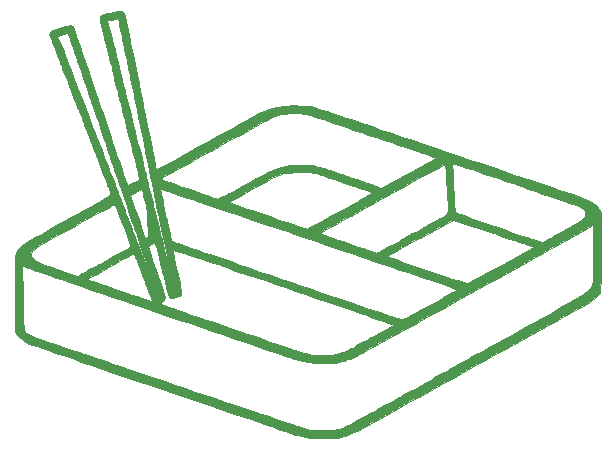
<source format=gbr>
G04 #@! TF.GenerationSoftware,KiCad,Pcbnew,(5.1.4)-1*
G04 #@! TF.CreationDate,2020-08-10T14:14:39+08:00*
G04 #@! TF.ProjectId,BentoPad,42656e74-6f50-4616-942e-6b696361645f,rev?*
G04 #@! TF.SameCoordinates,Original*
G04 #@! TF.FileFunction,Legend,Top*
G04 #@! TF.FilePolarity,Positive*
%FSLAX46Y46*%
G04 Gerber Fmt 4.6, Leading zero omitted, Abs format (unit mm)*
G04 Created by KiCad (PCBNEW (5.1.4)-1) date 2020-08-10 14:14:39*
%MOMM*%
%LPD*%
G04 APERTURE LIST*
%ADD10C,0.010000*%
G04 APERTURE END LIST*
D10*
G36*
X37259104Y-28114962D02*
G01*
X37380477Y-28264889D01*
X37474333Y-28494678D01*
X37511176Y-28654000D01*
X37537388Y-28792484D01*
X37583177Y-29025128D01*
X37645244Y-29335547D01*
X37720288Y-29707356D01*
X37805008Y-30124168D01*
X37896105Y-30569599D01*
X37943211Y-30798889D01*
X38130128Y-31708025D01*
X38309608Y-32582432D01*
X38479222Y-33410230D01*
X38636542Y-34179537D01*
X38779140Y-34878473D01*
X38904586Y-35495156D01*
X39010452Y-36017706D01*
X39045085Y-36189334D01*
X39105769Y-36489102D01*
X39183363Y-36870323D01*
X39271920Y-37303896D01*
X39365493Y-37760722D01*
X39458135Y-38211702D01*
X39494985Y-38390667D01*
X39586508Y-38836051D01*
X39682304Y-39304409D01*
X39776175Y-39765289D01*
X39861924Y-40188243D01*
X39933355Y-40542819D01*
X39955710Y-40654572D01*
X40131463Y-41535588D01*
X40364176Y-41406671D01*
X41529792Y-40761113D01*
X42599635Y-40168942D01*
X43576547Y-39628595D01*
X44463368Y-39138514D01*
X45262942Y-38697139D01*
X45978109Y-38302908D01*
X46611711Y-37954263D01*
X47166590Y-37649642D01*
X47645587Y-37387487D01*
X48051545Y-37166236D01*
X48387304Y-36984329D01*
X48655706Y-36840207D01*
X48859593Y-36732310D01*
X49001807Y-36659076D01*
X49082160Y-36620286D01*
X49672467Y-36403605D01*
X50335503Y-36240115D01*
X51043231Y-36132119D01*
X51767611Y-36081919D01*
X52480606Y-36091817D01*
X53154176Y-36164115D01*
X53579111Y-36251036D01*
X53679231Y-36280933D01*
X53879724Y-36345082D01*
X54174466Y-36441407D01*
X54557333Y-36567834D01*
X55022203Y-36722288D01*
X55562950Y-36902693D01*
X56173453Y-37106974D01*
X56847586Y-37333056D01*
X57579226Y-37578864D01*
X58362250Y-37842322D01*
X59190534Y-38121356D01*
X60057954Y-38413890D01*
X60958386Y-38717850D01*
X61885708Y-39031159D01*
X62833794Y-39351744D01*
X63796522Y-39677528D01*
X64767767Y-40006436D01*
X65741407Y-40336394D01*
X66711317Y-40665326D01*
X67671374Y-40991158D01*
X68615454Y-41311813D01*
X69537433Y-41625217D01*
X70431188Y-41929294D01*
X71290595Y-42221970D01*
X72109530Y-42501169D01*
X72881870Y-42764817D01*
X73601490Y-43010837D01*
X74262269Y-43237155D01*
X74858080Y-43441696D01*
X75382802Y-43622384D01*
X75830310Y-43777144D01*
X76194480Y-43903902D01*
X76469189Y-44000582D01*
X76648314Y-44065108D01*
X76721333Y-44093343D01*
X77097556Y-44306268D01*
X77408319Y-44575022D01*
X77619438Y-44860342D01*
X77765556Y-45121774D01*
X77765556Y-48436464D01*
X77764501Y-49262933D01*
X77761329Y-49977099D01*
X77756031Y-50579529D01*
X77748597Y-51070792D01*
X77739016Y-51451454D01*
X77727279Y-51722083D01*
X77713377Y-51883244D01*
X77704751Y-51925580D01*
X77629748Y-52041783D01*
X77481479Y-52199907D01*
X77281948Y-52381308D01*
X77053157Y-52567344D01*
X76817109Y-52739372D01*
X76595807Y-52878751D01*
X76550324Y-52903691D01*
X76449118Y-52958493D01*
X76256427Y-53064006D01*
X75978226Y-53216924D01*
X75620488Y-53413940D01*
X75189186Y-53651747D01*
X74690295Y-53927041D01*
X74129787Y-54236514D01*
X73513636Y-54576861D01*
X72847816Y-54944775D01*
X72138300Y-55336950D01*
X71391061Y-55750079D01*
X70612074Y-56180857D01*
X69807311Y-56625977D01*
X68982747Y-57082134D01*
X68144355Y-57546020D01*
X67298107Y-58014330D01*
X66449979Y-58483757D01*
X65605943Y-58950995D01*
X64771973Y-59412738D01*
X63954042Y-59865680D01*
X63158125Y-60306514D01*
X62390194Y-60731935D01*
X61656222Y-61138635D01*
X60962185Y-61523310D01*
X60314054Y-61882652D01*
X59717804Y-62213355D01*
X59179408Y-62512113D01*
X58704840Y-62775621D01*
X58300073Y-63000571D01*
X57971081Y-63183657D01*
X57723837Y-63321574D01*
X57564315Y-63411014D01*
X57502000Y-63446546D01*
X57328398Y-63540078D01*
X57105978Y-63647100D01*
X56868240Y-63752948D01*
X56648682Y-63842958D01*
X56480805Y-63902466D01*
X56430900Y-63915415D01*
X56315841Y-63967246D01*
X56276315Y-63997664D01*
X56173988Y-64050074D01*
X55991568Y-64107305D01*
X55761228Y-64162357D01*
X55515141Y-64208230D01*
X55285483Y-64237925D01*
X55137902Y-64245348D01*
X54982147Y-64245721D01*
X54744453Y-64247932D01*
X54455749Y-64251628D01*
X54146966Y-64256456D01*
X54111514Y-64257069D01*
X53817074Y-64259257D01*
X53553379Y-64255777D01*
X53346127Y-64247349D01*
X53221016Y-64234692D01*
X53208403Y-64231799D01*
X53090419Y-64203285D01*
X52897349Y-64161430D01*
X52665023Y-64113924D01*
X52591333Y-64099389D01*
X52364909Y-64050256D01*
X52177684Y-64000655D01*
X52060214Y-63959008D01*
X52041000Y-63947679D01*
X51981191Y-63922373D01*
X51970445Y-63960000D01*
X51946908Y-63999976D01*
X51899889Y-63971849D01*
X51840321Y-63948288D01*
X51678820Y-63890234D01*
X51420382Y-63799398D01*
X51070000Y-63677487D01*
X50632669Y-63526213D01*
X50113383Y-63347285D01*
X49517137Y-63142412D01*
X48848924Y-62913305D01*
X48113739Y-62661672D01*
X47316577Y-62389224D01*
X46462432Y-62097671D01*
X45556297Y-61788722D01*
X44603168Y-61464086D01*
X43608039Y-61125475D01*
X42575903Y-60774596D01*
X41511756Y-60413160D01*
X40661947Y-60124752D01*
X39572374Y-59754850D01*
X38508785Y-59393278D01*
X37476325Y-59041805D01*
X36480136Y-58702199D01*
X35525363Y-58376230D01*
X34617150Y-58065666D01*
X33760640Y-57772276D01*
X32960977Y-57497828D01*
X32223306Y-57244091D01*
X31552769Y-57012835D01*
X30954511Y-56805828D01*
X30433675Y-56624838D01*
X29995405Y-56471635D01*
X29644846Y-56347987D01*
X29387141Y-56255663D01*
X29227434Y-56196432D01*
X29175424Y-56174975D01*
X28963514Y-56046306D01*
X28736609Y-55873731D01*
X28520495Y-55680859D01*
X28340959Y-55491297D01*
X28223787Y-55328652D01*
X28203202Y-55284911D01*
X28192941Y-55202168D01*
X28183453Y-55015980D01*
X28174887Y-54735791D01*
X28167391Y-54371042D01*
X28161114Y-53931177D01*
X28156204Y-53425638D01*
X28152811Y-52863868D01*
X28151084Y-52255310D01*
X28150889Y-51963824D01*
X28150889Y-49594609D01*
X28800000Y-49594609D01*
X28828222Y-52219416D01*
X28835219Y-52862359D01*
X28842103Y-53402546D01*
X28850219Y-53850101D01*
X28860909Y-54215148D01*
X28875520Y-54507810D01*
X28895394Y-54738211D01*
X28921876Y-54916475D01*
X28956310Y-55052725D01*
X29000041Y-55157085D01*
X29054412Y-55239678D01*
X29120769Y-55310629D01*
X29200454Y-55380061D01*
X29253721Y-55423964D01*
X29407161Y-55524093D01*
X29638839Y-55632954D01*
X29960309Y-55755483D01*
X30290844Y-55866970D01*
X30561710Y-55955594D01*
X30917711Y-56073336D01*
X31337126Y-56212903D01*
X31798236Y-56367004D01*
X32279319Y-56528347D01*
X32758654Y-56689640D01*
X33214521Y-56843591D01*
X33625198Y-56982909D01*
X33968966Y-57100301D01*
X34134000Y-57157153D01*
X34313359Y-57218805D01*
X34584858Y-57311516D01*
X34941780Y-57433015D01*
X35377409Y-57581034D01*
X35885026Y-57753302D01*
X36457914Y-57947551D01*
X37089357Y-58161511D01*
X37772637Y-58392913D01*
X38501036Y-58639487D01*
X39267838Y-58898964D01*
X40066325Y-59169074D01*
X40889779Y-59447548D01*
X41731485Y-59732117D01*
X42584724Y-60020511D01*
X43442779Y-60310461D01*
X44298934Y-60599698D01*
X45146470Y-60885952D01*
X45978670Y-61166953D01*
X46788818Y-61440432D01*
X47570196Y-61704120D01*
X48316086Y-61955748D01*
X49019772Y-62193046D01*
X49674536Y-62413744D01*
X50273661Y-62615573D01*
X50810430Y-62796265D01*
X51278126Y-62953548D01*
X51670030Y-63085155D01*
X51979427Y-63188815D01*
X52199599Y-63262260D01*
X52323828Y-63303219D01*
X52349849Y-63311331D01*
X52441925Y-63333021D01*
X52464333Y-63341848D01*
X52523305Y-63364278D01*
X52534889Y-63367334D01*
X52628488Y-63393377D01*
X52633667Y-63395011D01*
X52726369Y-63418209D01*
X52732445Y-63419404D01*
X52832105Y-63450255D01*
X52873556Y-63466907D01*
X53032711Y-63525307D01*
X53210443Y-63565910D01*
X53427573Y-63590606D01*
X53704920Y-63601285D01*
X54063307Y-63599838D01*
X54284667Y-63595022D01*
X54692563Y-63580849D01*
X55010331Y-63560485D01*
X55260667Y-63531571D01*
X55466265Y-63491748D01*
X55582889Y-63460040D01*
X55914238Y-63355034D01*
X56170677Y-63260717D01*
X56387388Y-63162800D01*
X56598889Y-63047380D01*
X56699950Y-62989823D01*
X56886224Y-62885190D01*
X57144125Y-62741023D01*
X57460070Y-62564864D01*
X57820474Y-62364252D01*
X58211752Y-62146731D01*
X58620320Y-61919842D01*
X59032593Y-61691126D01*
X59434987Y-61468125D01*
X59813917Y-61258379D01*
X60155799Y-61069432D01*
X60447049Y-60908824D01*
X60674081Y-60784097D01*
X60775778Y-60728558D01*
X60975970Y-60619060D01*
X61256415Y-60464805D01*
X61603374Y-60273415D01*
X62003106Y-60052512D01*
X62441870Y-59809719D01*
X62905926Y-59552657D01*
X63381533Y-59288949D01*
X63854950Y-59026218D01*
X64312438Y-58772084D01*
X64740255Y-58534172D01*
X65124661Y-58320102D01*
X65451915Y-58137497D01*
X65708278Y-57993979D01*
X65880007Y-57897170D01*
X65884000Y-57894902D01*
X66187036Y-57724093D01*
X66543474Y-57525435D01*
X66907260Y-57324487D01*
X67210445Y-57158696D01*
X67758828Y-56859910D01*
X68345238Y-56538739D01*
X68961567Y-56199730D01*
X69599708Y-55847433D01*
X70251552Y-55486396D01*
X70908992Y-55121169D01*
X71563920Y-54756300D01*
X72208228Y-54396337D01*
X72833809Y-54045830D01*
X73432554Y-53709328D01*
X73996356Y-53391378D01*
X74517107Y-53096530D01*
X74986700Y-52829333D01*
X75397026Y-52594335D01*
X75739978Y-52396085D01*
X76007448Y-52239132D01*
X76191328Y-52128024D01*
X76278006Y-52071458D01*
X76484195Y-51910022D01*
X76673034Y-51744183D01*
X76810987Y-51603862D01*
X76834951Y-51574507D01*
X76905787Y-51479235D01*
X76964702Y-51388431D01*
X77012805Y-51291100D01*
X77051208Y-51176249D01*
X77081019Y-51032881D01*
X77103350Y-50850002D01*
X77119311Y-50616617D01*
X77130012Y-50321731D01*
X77136562Y-49954350D01*
X77140073Y-49503479D01*
X77141654Y-48958123D01*
X77142189Y-48531813D01*
X77144667Y-46114070D01*
X76933000Y-46275138D01*
X76742795Y-46407503D01*
X76538097Y-46532625D01*
X76495556Y-46555929D01*
X76401534Y-46606937D01*
X76215380Y-46709000D01*
X75943708Y-46858460D01*
X75593130Y-47051658D01*
X75170258Y-47284936D01*
X74681704Y-47554636D01*
X74134081Y-47857098D01*
X73534002Y-48188664D01*
X72888078Y-48545677D01*
X72202922Y-48924476D01*
X71485147Y-49321404D01*
X70741366Y-49732803D01*
X69978189Y-50155013D01*
X69202231Y-50584377D01*
X68420103Y-51017235D01*
X67638418Y-51449930D01*
X66863788Y-51878803D01*
X66102826Y-52300195D01*
X65362143Y-52710448D01*
X64648354Y-53105903D01*
X63968069Y-53482902D01*
X63327901Y-53837786D01*
X62734464Y-54166897D01*
X62194368Y-54466577D01*
X61714228Y-54733166D01*
X61340222Y-54941005D01*
X61229856Y-55002126D01*
X61034455Y-55110080D01*
X60767861Y-55257230D01*
X60443917Y-55435939D01*
X60076467Y-55638569D01*
X59679353Y-55857483D01*
X59421111Y-55999805D01*
X59012336Y-56225385D01*
X58624551Y-56439988D01*
X58271610Y-56635900D01*
X57967368Y-56805410D01*
X57725680Y-56940802D01*
X57560399Y-57034366D01*
X57502000Y-57068207D01*
X57333340Y-57159574D01*
X57116905Y-57264926D01*
X56884179Y-57370342D01*
X56666651Y-57461902D01*
X56495806Y-57525683D01*
X56420320Y-57546438D01*
X56313566Y-57582389D01*
X56221759Y-57626741D01*
X56059924Y-57691499D01*
X55826813Y-57756184D01*
X55563706Y-57812025D01*
X55311880Y-57850253D01*
X55113784Y-57862129D01*
X54967284Y-57860152D01*
X54738084Y-57859038D01*
X54456368Y-57858857D01*
X54152323Y-57859680D01*
X54120947Y-57859824D01*
X53547192Y-57846584D01*
X53019294Y-57802873D01*
X52556850Y-57731196D01*
X52179457Y-57634057D01*
X52083333Y-57599376D01*
X51951995Y-57560743D01*
X51914000Y-57553610D01*
X51838579Y-57532193D01*
X51662484Y-57476133D01*
X51391792Y-57387505D01*
X51032578Y-57268385D01*
X50590919Y-57120847D01*
X50072891Y-56946969D01*
X49484571Y-56748824D01*
X48832035Y-56528490D01*
X48121359Y-56288041D01*
X47358620Y-56029553D01*
X46549893Y-55755102D01*
X45701255Y-55466763D01*
X44818783Y-55166612D01*
X43908552Y-54856724D01*
X42976639Y-54539175D01*
X42029121Y-54216041D01*
X41072073Y-53889397D01*
X40111571Y-53561319D01*
X39153693Y-53233882D01*
X38204514Y-52909162D01*
X37270111Y-52589234D01*
X36356560Y-52276175D01*
X35469937Y-51972059D01*
X34616319Y-51678962D01*
X33801781Y-51398960D01*
X33032401Y-51134129D01*
X32314254Y-50886543D01*
X32056091Y-50797369D01*
X34273443Y-50797369D01*
X34329541Y-50819456D01*
X34480266Y-50873540D01*
X34713319Y-50955419D01*
X35016400Y-51060886D01*
X35377211Y-51185735D01*
X35783453Y-51325762D01*
X36222825Y-51476762D01*
X36683030Y-51634528D01*
X37151768Y-51794856D01*
X37616740Y-51953540D01*
X38065647Y-52106375D01*
X38486190Y-52249156D01*
X38866069Y-52377678D01*
X39192986Y-52487734D01*
X39454641Y-52575121D01*
X39638736Y-52635631D01*
X39732971Y-52665061D01*
X39742150Y-52667229D01*
X39770873Y-52630460D01*
X39764351Y-52600556D01*
X39591489Y-52135167D01*
X39453723Y-51765740D01*
X39347272Y-51482255D01*
X39268361Y-51274687D01*
X39213209Y-51133016D01*
X39184521Y-51062445D01*
X39161889Y-51006000D01*
X39778445Y-51006000D01*
X39806667Y-51034222D01*
X39834889Y-51006000D01*
X39806667Y-50977778D01*
X39778445Y-51006000D01*
X39161889Y-51006000D01*
X39141990Y-50956375D01*
X39067264Y-50765034D01*
X38968185Y-50508700D01*
X38931568Y-50413334D01*
X39552667Y-50413334D01*
X39573319Y-50459794D01*
X39590296Y-50450963D01*
X39597052Y-50383977D01*
X39590296Y-50375704D01*
X39556740Y-50383452D01*
X39552667Y-50413334D01*
X38931568Y-50413334D01*
X38852593Y-50207653D01*
X38737148Y-49905334D01*
X38582442Y-49499953D01*
X38462475Y-49188338D01*
X38372207Y-48958608D01*
X38306601Y-48798880D01*
X38260617Y-48697271D01*
X38229218Y-48641900D01*
X38207365Y-48620883D01*
X38192600Y-48621126D01*
X38111255Y-48661512D01*
X37948961Y-48747526D01*
X37718467Y-48872087D01*
X37432523Y-49028118D01*
X37103878Y-49208537D01*
X36745281Y-49406266D01*
X36369481Y-49614226D01*
X35989228Y-49825336D01*
X35617271Y-50032517D01*
X35266358Y-50228690D01*
X34949241Y-50406776D01*
X34678667Y-50559695D01*
X34467386Y-50680367D01*
X34328147Y-50761713D01*
X34273699Y-50796653D01*
X34273443Y-50797369D01*
X32056091Y-50797369D01*
X31653417Y-50658279D01*
X31055966Y-50451413D01*
X30527977Y-50268019D01*
X30075527Y-50110173D01*
X29704692Y-49979951D01*
X29421548Y-49879429D01*
X29232172Y-49810681D01*
X29142639Y-49775785D01*
X29138667Y-49773851D01*
X28800000Y-49594609D01*
X28150889Y-49594609D01*
X28150889Y-48780331D01*
X28229798Y-48636772D01*
X29557909Y-48636772D01*
X29563930Y-48856232D01*
X29574232Y-48888164D01*
X29663743Y-49035137D01*
X29806787Y-49180053D01*
X29966303Y-49291616D01*
X30105230Y-49338530D01*
X30107630Y-49338595D01*
X30213151Y-49362295D01*
X30248741Y-49395152D01*
X30303073Y-49422947D01*
X30448077Y-49481607D01*
X30667635Y-49565396D01*
X30945629Y-49668575D01*
X31265942Y-49785407D01*
X31612456Y-49910154D01*
X31969052Y-50037080D01*
X32319613Y-50160445D01*
X32648021Y-50274512D01*
X32938159Y-50373545D01*
X33173907Y-50451805D01*
X33339149Y-50503554D01*
X33417093Y-50523015D01*
X33475142Y-50497559D01*
X33621019Y-50423645D01*
X33843616Y-50307178D01*
X34131826Y-50154065D01*
X34474540Y-49970210D01*
X34860649Y-49761520D01*
X35279047Y-49533900D01*
X35336204Y-49502696D01*
X35959923Y-49160796D01*
X36507150Y-48858240D01*
X36974043Y-48597211D01*
X37356765Y-48379889D01*
X37651475Y-48208458D01*
X37854334Y-48085099D01*
X37961503Y-48011994D01*
X37966260Y-48008009D01*
X37960720Y-47947909D01*
X37921037Y-47811956D01*
X37856911Y-47628321D01*
X37778041Y-47425180D01*
X37712897Y-47272136D01*
X37658688Y-47133569D01*
X37633740Y-47036177D01*
X37633556Y-47031482D01*
X37607494Y-46932826D01*
X37577594Y-46870679D01*
X37538367Y-46784807D01*
X37467276Y-46612980D01*
X37372021Y-46374973D01*
X37260303Y-46090558D01*
X37139822Y-45779510D01*
X37018279Y-45461602D01*
X36903375Y-45156608D01*
X36802809Y-44884303D01*
X36785892Y-44837711D01*
X36713616Y-44652866D01*
X36649250Y-44513954D01*
X36608154Y-44452634D01*
X36550256Y-44473112D01*
X36403946Y-44543808D01*
X36179034Y-44659289D01*
X35885324Y-44814121D01*
X35532626Y-45002873D01*
X35130747Y-45220109D01*
X34689494Y-45460399D01*
X34218674Y-45718307D01*
X33728094Y-45988402D01*
X33227563Y-46265250D01*
X32726887Y-46543417D01*
X32235874Y-46817471D01*
X31764331Y-47081979D01*
X31322066Y-47331508D01*
X30918885Y-47560624D01*
X30564598Y-47763894D01*
X30269009Y-47935885D01*
X30041928Y-48071164D01*
X29893162Y-48164298D01*
X29840567Y-48201766D01*
X29652638Y-48412131D01*
X29557909Y-48636772D01*
X28229798Y-48636772D01*
X28352961Y-48412705D01*
X28509254Y-48163766D01*
X28684677Y-47972189D01*
X28903294Y-47802526D01*
X29010565Y-47734866D01*
X29207831Y-47617856D01*
X29486169Y-47456545D01*
X29836657Y-47255986D01*
X30250375Y-47021227D01*
X30718400Y-46757320D01*
X31231811Y-46469316D01*
X31781685Y-46162265D01*
X32359101Y-45841218D01*
X32769055Y-45614097D01*
X33442838Y-45241272D01*
X34024509Y-44919003D01*
X34520767Y-44643254D01*
X34938312Y-44409988D01*
X35283841Y-44215169D01*
X35564054Y-44054759D01*
X35785649Y-43924723D01*
X35955326Y-43821024D01*
X36079782Y-43739626D01*
X36165718Y-43676491D01*
X36219832Y-43627583D01*
X36248823Y-43588866D01*
X36259389Y-43556303D01*
X36258230Y-43525857D01*
X36255911Y-43513002D01*
X36213421Y-43366144D01*
X36142621Y-43179569D01*
X36110967Y-43106876D01*
X36043877Y-42948560D01*
X36002763Y-42830255D01*
X35996667Y-42798345D01*
X35975713Y-42713535D01*
X35923503Y-42573041D01*
X35904176Y-42527137D01*
X35853091Y-42408760D01*
X35809842Y-42306784D01*
X35760751Y-42188305D01*
X35692136Y-42020417D01*
X35627655Y-41862000D01*
X35571173Y-41718933D01*
X35487105Y-41500809D01*
X35387229Y-41238375D01*
X35292582Y-40987111D01*
X35167090Y-40654157D01*
X35021561Y-40271047D01*
X34876946Y-39892812D01*
X34787576Y-39660667D01*
X34667524Y-39349624D01*
X34542618Y-39025300D01*
X34428882Y-38729338D01*
X34353189Y-38531778D01*
X34263815Y-38300276D01*
X34180728Y-38089040D01*
X34118860Y-37935935D01*
X34108335Y-37910889D01*
X34058159Y-37786996D01*
X33980730Y-37588560D01*
X33888161Y-37346843D01*
X33824026Y-37177111D01*
X33731380Y-36931993D01*
X33649173Y-36717173D01*
X33588114Y-36560494D01*
X33563460Y-36499778D01*
X33530284Y-36416694D01*
X33463262Y-36244225D01*
X33368609Y-35998531D01*
X33252538Y-35695768D01*
X33121263Y-35352097D01*
X33031661Y-35116889D01*
X32892163Y-34751322D01*
X32762155Y-34412506D01*
X32648247Y-34117523D01*
X32557050Y-33883452D01*
X32495176Y-33727376D01*
X32474565Y-33677556D01*
X32414369Y-33532119D01*
X32334949Y-33330953D01*
X32273177Y-33169556D01*
X32191528Y-32957606D01*
X32112742Y-32760843D01*
X32067352Y-32653025D01*
X32013902Y-32515206D01*
X31989294Y-32419583D01*
X31989111Y-32415051D01*
X31968113Y-32328533D01*
X31915806Y-32186971D01*
X31896621Y-32141360D01*
X31825358Y-31974994D01*
X31766903Y-31835550D01*
X31758468Y-31814889D01*
X31720670Y-31723866D01*
X31648045Y-31550977D01*
X31549883Y-31318269D01*
X31435474Y-31047789D01*
X31392348Y-30946004D01*
X31277281Y-30664916D01*
X31180533Y-30410218D01*
X31123584Y-30243749D01*
X31754803Y-30243749D01*
X31759626Y-30302241D01*
X31764330Y-30311358D01*
X31860865Y-30506378D01*
X31985574Y-30786000D01*
X32129276Y-31128298D01*
X32282791Y-31511345D01*
X32436938Y-31913213D01*
X32452932Y-31956000D01*
X32563777Y-32250881D01*
X32669320Y-32527326D01*
X32759205Y-32758498D01*
X32823074Y-32917561D01*
X32834134Y-32943778D01*
X32898579Y-33098617D01*
X32977005Y-33297251D01*
X33076587Y-33558313D01*
X33204496Y-33900435D01*
X33257903Y-34044445D01*
X33348525Y-34285913D01*
X33441865Y-34529294D01*
X33523493Y-34737320D01*
X33574756Y-34862889D01*
X33619538Y-34971949D01*
X33687107Y-35143117D01*
X33781177Y-35386014D01*
X33905461Y-35710259D01*
X34063673Y-36125472D01*
X34163000Y-36386889D01*
X34411489Y-37040817D01*
X34622309Y-37594343D01*
X34797490Y-38052742D01*
X34939066Y-38421291D01*
X35049068Y-38705265D01*
X35129530Y-38909938D01*
X35182483Y-39040586D01*
X35206824Y-39096222D01*
X35250192Y-39197199D01*
X35323945Y-39380156D01*
X35418912Y-39621345D01*
X35525919Y-39897016D01*
X35635794Y-40183420D01*
X35739363Y-40456806D01*
X35827455Y-40693425D01*
X35882640Y-40846000D01*
X35938777Y-40999473D01*
X36025508Y-41229933D01*
X36134906Y-41516927D01*
X36259043Y-41840004D01*
X36389991Y-42178713D01*
X36519822Y-42512601D01*
X36640608Y-42821217D01*
X36744423Y-43084110D01*
X36823337Y-43280827D01*
X36867230Y-43386000D01*
X36918337Y-43510066D01*
X36996069Y-43708796D01*
X37088280Y-43950832D01*
X37151435Y-44119778D01*
X37274487Y-44451042D01*
X37370316Y-44707062D01*
X37450668Y-44918543D01*
X37527285Y-45116192D01*
X37611913Y-45330714D01*
X37680334Y-45502667D01*
X37758473Y-45701826D01*
X37865079Y-45977956D01*
X37989126Y-46302270D01*
X38119585Y-46645984D01*
X38199278Y-46857334D01*
X38320832Y-47178691D01*
X38435952Y-47479527D01*
X38535823Y-47737060D01*
X38611626Y-47928511D01*
X38647127Y-48014445D01*
X38697519Y-48138366D01*
X38778874Y-48347111D01*
X38883121Y-48619580D01*
X39002185Y-48934673D01*
X39127994Y-49271287D01*
X39128257Y-49271995D01*
X39247154Y-49587857D01*
X39353360Y-49862329D01*
X39440590Y-50079785D01*
X39502555Y-50224599D01*
X39532968Y-50281148D01*
X39534334Y-50281147D01*
X39526006Y-50222257D01*
X39487182Y-50077170D01*
X39423850Y-49866522D01*
X39341994Y-49610949D01*
X39325108Y-49559819D01*
X39233589Y-49287250D01*
X39150553Y-49045852D01*
X39084536Y-48860046D01*
X39044076Y-48754253D01*
X39041402Y-48748222D01*
X39007447Y-48659406D01*
X38945394Y-48482990D01*
X38862006Y-48238744D01*
X38781844Y-47999554D01*
X39439778Y-47999554D01*
X39457482Y-48068419D01*
X39507804Y-48231502D01*
X39586560Y-48476298D01*
X39689567Y-48790306D01*
X39812640Y-49161021D01*
X39951596Y-49575939D01*
X40102250Y-50022557D01*
X40260419Y-50488371D01*
X40421919Y-50960877D01*
X40582565Y-51427572D01*
X40705629Y-51782517D01*
X40801431Y-52089971D01*
X40840886Y-52316522D01*
X40821586Y-52480436D01*
X40741126Y-52599979D01*
X40597098Y-52693417D01*
X40584823Y-52699334D01*
X40443911Y-52771858D01*
X40357525Y-52827169D01*
X40344934Y-52842208D01*
X40396825Y-52863076D01*
X40547519Y-52917362D01*
X40788890Y-53002299D01*
X41112810Y-53115114D01*
X41511153Y-53253039D01*
X41975791Y-53413304D01*
X42498597Y-53593139D01*
X43071443Y-53789773D01*
X43686202Y-54000438D01*
X44334748Y-54222364D01*
X45008953Y-54452780D01*
X45700690Y-54688917D01*
X46401831Y-54928005D01*
X47104249Y-55167274D01*
X47799818Y-55403954D01*
X48480409Y-55635276D01*
X49137896Y-55858470D01*
X49764152Y-56070765D01*
X50351049Y-56269392D01*
X50890459Y-56451582D01*
X51374257Y-56614564D01*
X51794314Y-56755568D01*
X52142504Y-56871825D01*
X52410699Y-56960566D01*
X52590772Y-57019019D01*
X52674595Y-57044415D01*
X52676000Y-57044742D01*
X52794849Y-57075498D01*
X52970736Y-57125495D01*
X53071111Y-57155355D01*
X53281112Y-57195249D01*
X53575630Y-57219420D01*
X53927506Y-57228655D01*
X54309583Y-57223739D01*
X54694702Y-57205460D01*
X55055706Y-57174603D01*
X55365435Y-57131954D01*
X55582889Y-57082635D01*
X55910224Y-56978204D01*
X56165757Y-56883549D01*
X56387652Y-56782925D01*
X56614074Y-56660586D01*
X56634799Y-56648654D01*
X56754801Y-56580680D01*
X56959394Y-56466347D01*
X57234210Y-56313619D01*
X57564881Y-56130459D01*
X57937039Y-55924830D01*
X58336316Y-55704697D01*
X58566499Y-55578000D01*
X58958615Y-55361508D01*
X59317258Y-55161961D01*
X59630898Y-54985894D01*
X59888005Y-54839845D01*
X60077046Y-54730348D01*
X60186492Y-54663939D01*
X60209573Y-54646667D01*
X60157391Y-54624984D01*
X60004890Y-54569352D01*
X59758678Y-54482024D01*
X59425362Y-54365251D01*
X59011550Y-54221287D01*
X58523850Y-54052383D01*
X57968869Y-53860793D01*
X57353216Y-53648769D01*
X56683498Y-53418562D01*
X55966323Y-53172427D01*
X55208298Y-52912615D01*
X54416031Y-52641379D01*
X53596130Y-52360972D01*
X52755203Y-52073645D01*
X51899857Y-51781651D01*
X51036700Y-51487244D01*
X50172340Y-51192675D01*
X49313384Y-50900196D01*
X48466441Y-50612062D01*
X47638118Y-50330523D01*
X46835022Y-50057832D01*
X46063762Y-49796243D01*
X45330945Y-49548007D01*
X44643179Y-49315377D01*
X44007071Y-49100605D01*
X43429230Y-48905944D01*
X42916263Y-48733647D01*
X42474777Y-48585966D01*
X42111381Y-48465153D01*
X41832683Y-48373462D01*
X41645289Y-48313143D01*
X41555808Y-48286451D01*
X41548878Y-48285419D01*
X41543780Y-48306668D01*
X41546836Y-48359285D01*
X41559796Y-48452354D01*
X41584409Y-48594954D01*
X41622424Y-48796169D01*
X41675592Y-49065080D01*
X41745662Y-49410770D01*
X41834382Y-49842320D01*
X41943504Y-50368811D01*
X42033842Y-50802924D01*
X42104372Y-51148122D01*
X42166043Y-51462695D01*
X42215252Y-51727209D01*
X42248397Y-51922230D01*
X42261873Y-52028323D01*
X42262000Y-52033471D01*
X42207854Y-52155333D01*
X42052876Y-52257590D01*
X41808250Y-52334617D01*
X41592425Y-52370186D01*
X41414280Y-52380354D01*
X41305141Y-52351910D01*
X41241219Y-52296219D01*
X41208572Y-52219970D01*
X41152805Y-52046195D01*
X41077273Y-51787109D01*
X40985329Y-51454928D01*
X40880329Y-51061865D01*
X40765628Y-50620137D01*
X40644579Y-50141957D01*
X40596235Y-49947667D01*
X40577378Y-49872408D01*
X41194012Y-49872408D01*
X41204389Y-49945617D01*
X41223657Y-49946491D01*
X41237132Y-49870946D01*
X41228114Y-49838306D01*
X41203050Y-49816926D01*
X41194012Y-49872408D01*
X40577378Y-49872408D01*
X40474938Y-49463580D01*
X40359870Y-49015414D01*
X40254183Y-48614648D01*
X40161033Y-48272758D01*
X40083572Y-48001225D01*
X40024954Y-47811526D01*
X39988334Y-47715139D01*
X39980128Y-47705240D01*
X39866927Y-47732077D01*
X39719692Y-47795784D01*
X39575243Y-47876308D01*
X39470398Y-47953594D01*
X39439778Y-47999554D01*
X38781844Y-47999554D01*
X38764043Y-47946441D01*
X38674633Y-47675778D01*
X38569708Y-47358241D01*
X38473785Y-47072001D01*
X38393592Y-46836826D01*
X38335861Y-46672483D01*
X38309515Y-46603334D01*
X38277726Y-46518489D01*
X38216515Y-46343411D01*
X38131677Y-46095122D01*
X38029008Y-45790643D01*
X37914303Y-45446997D01*
X37857913Y-45276889D01*
X37739588Y-44920727D01*
X37630629Y-44595735D01*
X37536825Y-44318934D01*
X37463959Y-44107345D01*
X37417820Y-43977989D01*
X37407014Y-43950445D01*
X37375753Y-43866839D01*
X37313939Y-43691243D01*
X37301313Y-43654714D01*
X37941728Y-43654714D01*
X38197173Y-44423468D01*
X38290752Y-44702590D01*
X38373462Y-44944627D01*
X38438055Y-45128719D01*
X38477285Y-45234003D01*
X38483842Y-45248667D01*
X38510403Y-45317862D01*
X38565722Y-45476819D01*
X38643832Y-45707882D01*
X38738770Y-45993397D01*
X38844569Y-46315710D01*
X38850422Y-46333652D01*
X38956101Y-46653050D01*
X39051412Y-46932214D01*
X39130478Y-47154650D01*
X39187427Y-47303867D01*
X39216383Y-47363372D01*
X39217323Y-47363764D01*
X39282538Y-47334684D01*
X39340236Y-47294778D01*
X39370153Y-47261962D01*
X39391299Y-47206918D01*
X39404094Y-47114969D01*
X39408955Y-46971435D01*
X39406300Y-46761637D01*
X39396546Y-46470897D01*
X39380112Y-46084536D01*
X39376791Y-46010667D01*
X39356220Y-45586064D01*
X39335362Y-45248042D01*
X39310916Y-44970333D01*
X39279582Y-44726668D01*
X39238056Y-44490780D01*
X39183039Y-44236401D01*
X39121399Y-43978667D01*
X39050201Y-43691361D01*
X38987845Y-43445768D01*
X38939416Y-43261448D01*
X38909998Y-43157965D01*
X38904142Y-43142769D01*
X38851189Y-43160942D01*
X38722376Y-43224031D01*
X38539817Y-43320870D01*
X38414596Y-43390015D01*
X37941728Y-43654714D01*
X37301313Y-43654714D01*
X37226671Y-43438778D01*
X37119050Y-43124565D01*
X36996175Y-42763726D01*
X36863146Y-42371380D01*
X36725064Y-41962650D01*
X36587028Y-41552655D01*
X36454138Y-41156518D01*
X36331494Y-40789359D01*
X36224195Y-40466299D01*
X36137343Y-40202458D01*
X36076036Y-40012959D01*
X36045852Y-39914667D01*
X35993714Y-39747048D01*
X35941621Y-39610001D01*
X35938986Y-39604222D01*
X35906594Y-39519360D01*
X35844889Y-39344243D01*
X35759690Y-39095899D01*
X35656813Y-38791358D01*
X35542077Y-38447648D01*
X35485828Y-38277778D01*
X35367613Y-37921580D01*
X35258662Y-37596560D01*
X35164769Y-37319745D01*
X35091730Y-37108161D01*
X35045338Y-36978834D01*
X35034398Y-36951334D01*
X35002525Y-36866470D01*
X34941319Y-36691350D01*
X34856568Y-36443003D01*
X34754062Y-36138457D01*
X34639590Y-35794743D01*
X34583427Y-35624889D01*
X34465374Y-35268679D01*
X34356631Y-34943650D01*
X34262975Y-34666830D01*
X34190188Y-34455247D01*
X34144049Y-34325930D01*
X34133226Y-34298445D01*
X34102719Y-34216949D01*
X34041515Y-34043430D01*
X33954712Y-33792927D01*
X33847409Y-33480481D01*
X33724705Y-33121129D01*
X33591697Y-32729914D01*
X33453486Y-32321873D01*
X33315170Y-31912047D01*
X33181847Y-31515476D01*
X33058616Y-31147198D01*
X32950575Y-30822255D01*
X32862825Y-30555686D01*
X32827191Y-30446015D01*
X32748449Y-30206518D01*
X32691464Y-30056170D01*
X32644053Y-29976455D01*
X32594030Y-29948859D01*
X32529212Y-29954864D01*
X32507320Y-29959909D01*
X32374145Y-30000746D01*
X32299556Y-30035913D01*
X32214671Y-30073432D01*
X32063777Y-30123082D01*
X31978492Y-30147377D01*
X31821052Y-30197263D01*
X31754803Y-30243749D01*
X31123584Y-30243749D01*
X31110270Y-30204834D01*
X31074657Y-30071691D01*
X31071889Y-30046303D01*
X31105021Y-29912696D01*
X31212717Y-29798446D01*
X31407431Y-29694751D01*
X31701615Y-29592804D01*
X31721730Y-29586837D01*
X31934552Y-29520910D01*
X32113951Y-29459540D01*
X32224041Y-29415069D01*
X32229745Y-29412088D01*
X32339484Y-29376266D01*
X32516135Y-29341905D01*
X32653078Y-29324024D01*
X32847532Y-29310259D01*
X32965672Y-29323693D01*
X33042063Y-29370321D01*
X33065276Y-29395523D01*
X33103085Y-29472172D01*
X33171190Y-29643263D01*
X33264969Y-29895882D01*
X33379799Y-30217119D01*
X33511058Y-30594060D01*
X33654124Y-31013796D01*
X33789921Y-31419778D01*
X33939730Y-31870238D01*
X34081077Y-32292598D01*
X34209395Y-32673410D01*
X34320118Y-32999226D01*
X34408677Y-33256599D01*
X34470505Y-33432081D01*
X34499234Y-33508222D01*
X34540865Y-33618295D01*
X34608994Y-33813740D01*
X34696087Y-34072294D01*
X34794608Y-34371693D01*
X34862173Y-34580667D01*
X34962244Y-34889344D01*
X35053988Y-35166621D01*
X35130431Y-35391861D01*
X35184602Y-35544426D01*
X35205413Y-35596667D01*
X35237921Y-35680756D01*
X35300199Y-35855481D01*
X35386541Y-36104308D01*
X35491241Y-36410705D01*
X35608591Y-36758139D01*
X35682745Y-36979556D01*
X35934258Y-37731414D01*
X36178925Y-38459827D01*
X36414175Y-39157311D01*
X36637437Y-39816385D01*
X36846142Y-40429564D01*
X37037719Y-40989368D01*
X37209597Y-41488313D01*
X37359207Y-41918916D01*
X37483979Y-42273695D01*
X37581341Y-42545168D01*
X37648724Y-42725852D01*
X37683558Y-42808264D01*
X37686218Y-42812129D01*
X37755199Y-42808512D01*
X37900279Y-42755158D01*
X38100752Y-42660407D01*
X38222835Y-42596009D01*
X38462092Y-42459286D01*
X38609762Y-42358011D01*
X38677876Y-42282823D01*
X38683828Y-42237336D01*
X38662946Y-42155335D01*
X38620310Y-41982154D01*
X38560450Y-41736400D01*
X38487897Y-41436678D01*
X38407182Y-41101595D01*
X38400018Y-41071778D01*
X38316851Y-40727992D01*
X38239288Y-40411851D01*
X38172400Y-40143679D01*
X38121259Y-39943798D01*
X38090935Y-39832531D01*
X38090162Y-39830000D01*
X38041481Y-39649177D01*
X38000445Y-39463111D01*
X37957701Y-39270639D01*
X37910263Y-39096222D01*
X37882485Y-38995563D01*
X37831511Y-38799460D01*
X37760888Y-38522143D01*
X37674162Y-38177844D01*
X37574882Y-37780792D01*
X37466594Y-37345221D01*
X37352845Y-36885359D01*
X37237184Y-36415438D01*
X37123156Y-35949689D01*
X37014311Y-35502343D01*
X37009811Y-35483778D01*
X36937228Y-35186409D01*
X36865457Y-34896019D01*
X36803405Y-34648445D01*
X36764317Y-34496000D01*
X36676683Y-34157672D01*
X36597948Y-33846453D01*
X36534188Y-33586812D01*
X36491478Y-33403218D01*
X36482663Y-33361638D01*
X36459667Y-33260015D01*
X36414915Y-33072264D01*
X36354062Y-32821770D01*
X36282764Y-32531914D01*
X36251932Y-32407556D01*
X36164254Y-32053674D01*
X36071320Y-31676820D01*
X35983599Y-31319536D01*
X35911555Y-31024364D01*
X35904777Y-30996445D01*
X35831150Y-30704313D01*
X35737488Y-30349193D01*
X35635914Y-29976304D01*
X35540172Y-29636490D01*
X35435636Y-29261335D01*
X35370083Y-28992358D01*
X35990199Y-28992358D01*
X36017475Y-29125815D01*
X36084129Y-29339607D01*
X36109332Y-29416000D01*
X36143317Y-29532689D01*
X36200917Y-29746875D01*
X36279030Y-30046376D01*
X36374553Y-30419007D01*
X36484382Y-30852584D01*
X36605414Y-31334924D01*
X36734547Y-31853844D01*
X36868677Y-32397159D01*
X36871233Y-32407556D01*
X37004679Y-32949893D01*
X37132150Y-33467082D01*
X37250671Y-33947104D01*
X37357263Y-34377943D01*
X37448952Y-34747579D01*
X37522758Y-35043994D01*
X37575705Y-35255172D01*
X37604817Y-35369093D01*
X37605293Y-35370889D01*
X37663691Y-35599579D01*
X37720546Y-35835533D01*
X37736892Y-35907111D01*
X37763204Y-36017947D01*
X37813816Y-36224601D01*
X37885332Y-36513453D01*
X37974360Y-36870881D01*
X38077504Y-37283264D01*
X38191372Y-37736981D01*
X38312568Y-38218411D01*
X38334657Y-38306000D01*
X38545928Y-39144498D01*
X38730469Y-39879087D01*
X38889627Y-40515200D01*
X39024748Y-41058269D01*
X39137178Y-41513728D01*
X39228264Y-41887008D01*
X39299352Y-42183544D01*
X39351788Y-42408767D01*
X39355802Y-42426445D01*
X39401390Y-42619675D01*
X39466431Y-42884954D01*
X39541722Y-43185138D01*
X39607537Y-43442445D01*
X39684374Y-43742979D01*
X39759008Y-44040492D01*
X39822197Y-44297834D01*
X39860282Y-44458445D01*
X39897531Y-44614902D01*
X39957283Y-44858852D01*
X40034099Y-45168409D01*
X40122540Y-45521691D01*
X40217168Y-45896812D01*
X40246034Y-46010667D01*
X40356138Y-46447933D01*
X40475052Y-46926169D01*
X40593427Y-47407377D01*
X40701912Y-47853555D01*
X40787682Y-48212000D01*
X40894378Y-48661461D01*
X40978668Y-49011890D01*
X41043453Y-49274273D01*
X41091634Y-49459594D01*
X41126114Y-49578838D01*
X41149794Y-49642988D01*
X41165574Y-49663029D01*
X41170429Y-49661053D01*
X41166878Y-49601201D01*
X41142524Y-49451043D01*
X41101007Y-49230485D01*
X41045966Y-48959432D01*
X41017883Y-48826879D01*
X40935999Y-48440848D01*
X40843934Y-47999907D01*
X40753277Y-47559914D01*
X40679481Y-47196000D01*
X40619004Y-46896260D01*
X40541526Y-46515080D01*
X40452994Y-46081551D01*
X40359353Y-45624765D01*
X40266548Y-45173815D01*
X40229563Y-44994667D01*
X40136242Y-44542326D01*
X40037135Y-44060558D01*
X39938849Y-43581574D01*
X39849565Y-43145268D01*
X40481948Y-43145268D01*
X40486727Y-43203290D01*
X40510483Y-43346415D01*
X40548818Y-43549300D01*
X40572690Y-43668222D01*
X40611206Y-43856648D01*
X40668295Y-44136065D01*
X40739952Y-44486857D01*
X40822170Y-44889409D01*
X40910942Y-45324105D01*
X41002262Y-45771329D01*
X41015529Y-45836306D01*
X41102121Y-46254781D01*
X41183495Y-46637398D01*
X41256497Y-46970151D01*
X41317974Y-47239035D01*
X41364772Y-47430045D01*
X41393739Y-47529174D01*
X41399017Y-47539511D01*
X41455487Y-47561350D01*
X41612280Y-47617375D01*
X41862868Y-47705352D01*
X42200722Y-47823045D01*
X42619314Y-47968219D01*
X43112115Y-48138640D01*
X43672595Y-48332071D01*
X44294228Y-48546278D01*
X44970483Y-48779026D01*
X45694832Y-49028079D01*
X46460748Y-49291203D01*
X47261700Y-49566162D01*
X48091161Y-49850721D01*
X48942601Y-50142646D01*
X49809493Y-50439700D01*
X50685307Y-50739649D01*
X51563514Y-51040258D01*
X52437587Y-51339291D01*
X53300997Y-51634514D01*
X54147214Y-51923691D01*
X54969711Y-52204588D01*
X55761958Y-52474968D01*
X56517428Y-52732597D01*
X57229591Y-52975240D01*
X57891918Y-53200662D01*
X58497882Y-53406627D01*
X59040953Y-53590901D01*
X59514602Y-53751248D01*
X59912302Y-53885433D01*
X60227524Y-53991222D01*
X60453738Y-54066378D01*
X60584417Y-54108667D01*
X60606445Y-54115309D01*
X60781648Y-54160007D01*
X60923828Y-54187593D01*
X60960143Y-54191302D01*
X61028703Y-54165457D01*
X61185458Y-54089955D01*
X61420082Y-53970252D01*
X61722250Y-53811807D01*
X62081636Y-53620076D01*
X62487915Y-53400516D01*
X62930762Y-53158585D01*
X63316699Y-52945808D01*
X63778467Y-52689443D01*
X64208415Y-52449294D01*
X64596749Y-52230939D01*
X64933672Y-52039952D01*
X65209390Y-51881910D01*
X65414106Y-51762390D01*
X65538025Y-51686966D01*
X65572513Y-51661697D01*
X65520081Y-51639094D01*
X65367910Y-51582942D01*
X65123243Y-51495741D01*
X64793320Y-51379989D01*
X64385382Y-51238183D01*
X63906672Y-51072822D01*
X63364430Y-50886404D01*
X62765897Y-50681428D01*
X62118315Y-50460390D01*
X61428925Y-50225790D01*
X60704968Y-49980126D01*
X60337291Y-49855617D01*
X59592633Y-49603576D01*
X58754702Y-49319884D01*
X57837131Y-49009161D01*
X57315296Y-48832417D01*
X59629144Y-48832417D01*
X59692523Y-48861613D01*
X59852050Y-48922169D01*
X60096578Y-49010347D01*
X60414961Y-49122410D01*
X60796051Y-49254622D01*
X61228703Y-49403245D01*
X61701768Y-49564543D01*
X62204102Y-49734778D01*
X62724556Y-49910214D01*
X63251984Y-50087113D01*
X63775240Y-50261739D01*
X64283176Y-50430355D01*
X64764646Y-50589224D01*
X65208504Y-50734609D01*
X65603601Y-50862773D01*
X65938793Y-50969978D01*
X66202931Y-51052489D01*
X66384869Y-51106568D01*
X66473461Y-51128478D01*
X66478659Y-51128715D01*
X66553725Y-51099159D01*
X66717878Y-51019555D01*
X66961662Y-50894927D01*
X67275622Y-50730302D01*
X67650301Y-50530702D01*
X68076242Y-50301154D01*
X68543990Y-50046682D01*
X69044088Y-49772311D01*
X69370003Y-49592332D01*
X72118244Y-48070889D01*
X71597566Y-47893488D01*
X71443917Y-47841245D01*
X71195488Y-47756910D01*
X70864424Y-47644600D01*
X70462870Y-47508434D01*
X70002970Y-47352527D01*
X69496869Y-47180999D01*
X68956712Y-46997965D01*
X68394643Y-46807543D01*
X68163372Y-46729203D01*
X65249855Y-45742319D01*
X62426396Y-47273493D01*
X61907979Y-47555347D01*
X61421236Y-47821368D01*
X60974882Y-48066699D01*
X60577632Y-48286481D01*
X60238202Y-48475859D01*
X59965307Y-48629974D01*
X59767663Y-48743970D01*
X59653985Y-48812989D01*
X59629144Y-48832417D01*
X57315296Y-48832417D01*
X56853552Y-48676026D01*
X55817596Y-48325096D01*
X54742896Y-47960992D01*
X53643083Y-47588332D01*
X52531790Y-47211735D01*
X51569397Y-46885556D01*
X53833111Y-46885556D01*
X53861333Y-46913778D01*
X53866692Y-46908419D01*
X53978565Y-46908419D01*
X53978641Y-46908789D01*
X54039001Y-46935018D01*
X54193123Y-46992570D01*
X54427729Y-47076904D01*
X54729541Y-47183479D01*
X55085279Y-47307753D01*
X55481667Y-47445186D01*
X55905425Y-47591235D01*
X56343276Y-47741360D01*
X56781941Y-47891018D01*
X57208141Y-48035670D01*
X57608599Y-48170773D01*
X57970037Y-48291786D01*
X58279176Y-48394168D01*
X58522737Y-48473377D01*
X58687443Y-48524872D01*
X58760015Y-48544112D01*
X58760138Y-48544121D01*
X58871180Y-48523476D01*
X59027910Y-48463891D01*
X59084606Y-48436675D01*
X59229766Y-48359304D01*
X59439350Y-48243456D01*
X59680278Y-48107546D01*
X59830246Y-48021650D01*
X59997716Y-47926771D01*
X60250030Y-47786058D01*
X60572772Y-47607447D01*
X60951525Y-47398875D01*
X61371873Y-47168278D01*
X61819398Y-46923591D01*
X62279685Y-46672751D01*
X62356203Y-46631134D01*
X62799103Y-46389570D01*
X63216027Y-46160737D01*
X63595359Y-45951117D01*
X63925484Y-45767190D01*
X64194786Y-45615438D01*
X64391650Y-45502344D01*
X64504459Y-45434387D01*
X64520705Y-45423382D01*
X64606659Y-45358610D01*
X64675856Y-45295725D01*
X64729332Y-45222889D01*
X64768123Y-45128263D01*
X64793263Y-45000009D01*
X64805788Y-44826289D01*
X64806734Y-44595265D01*
X64797135Y-44295099D01*
X64778027Y-43913953D01*
X64750445Y-43439989D01*
X64727434Y-43059580D01*
X64699449Y-42601987D01*
X64673149Y-42178989D01*
X64649408Y-41804111D01*
X64629101Y-41490875D01*
X64613102Y-41252804D01*
X64605480Y-41147552D01*
X65209316Y-41147552D01*
X65212184Y-41315073D01*
X65220308Y-41563601D01*
X65232872Y-41877297D01*
X65249057Y-42240328D01*
X65268047Y-42636855D01*
X65289024Y-43051044D01*
X65311170Y-43467057D01*
X65333669Y-43869058D01*
X65355702Y-44241212D01*
X65376453Y-44567682D01*
X65395104Y-44832632D01*
X65410837Y-45020225D01*
X65420201Y-45100442D01*
X65473716Y-45128663D01*
X65623758Y-45188982D01*
X65859769Y-45277774D01*
X66171187Y-45391415D01*
X66547454Y-45526278D01*
X66978010Y-45678741D01*
X67452294Y-45845177D01*
X67959747Y-46021961D01*
X68489809Y-46205469D01*
X69031920Y-46392076D01*
X69575520Y-46578156D01*
X70110050Y-46760086D01*
X70624950Y-46934239D01*
X71109660Y-47096991D01*
X71553619Y-47244718D01*
X71946269Y-47373793D01*
X72277050Y-47480593D01*
X72535401Y-47561492D01*
X72710763Y-47612865D01*
X72792225Y-47631080D01*
X72862575Y-47605306D01*
X73018844Y-47531175D01*
X73248329Y-47415262D01*
X73538328Y-47264142D01*
X73876138Y-47084390D01*
X74249056Y-46882581D01*
X74435333Y-46780613D01*
X74959054Y-46489725D01*
X75389493Y-46242835D01*
X75734669Y-46034113D01*
X76002598Y-45857729D01*
X76201297Y-45707852D01*
X76338782Y-45578654D01*
X76423070Y-45464303D01*
X76462178Y-45358970D01*
X76467333Y-45302886D01*
X76412975Y-45061228D01*
X76255815Y-44846781D01*
X76004730Y-44670246D01*
X75902889Y-44622183D01*
X75739431Y-44551248D01*
X75603241Y-44490017D01*
X75592445Y-44484975D01*
X75526794Y-44460961D01*
X75363270Y-44403847D01*
X75110933Y-44316711D01*
X74778843Y-44202632D01*
X74376062Y-44064687D01*
X73911650Y-43905956D01*
X73394667Y-43729516D01*
X72834176Y-43538447D01*
X72239235Y-43335825D01*
X71618907Y-43124730D01*
X70982251Y-42908240D01*
X70338329Y-42689433D01*
X69696202Y-42471388D01*
X69064929Y-42257183D01*
X68453572Y-42049896D01*
X67871192Y-41852605D01*
X67326850Y-41668390D01*
X66829605Y-41500327D01*
X66388519Y-41351497D01*
X66012653Y-41224976D01*
X65711067Y-41123843D01*
X65492822Y-41051177D01*
X65366979Y-41010056D01*
X65341451Y-41002263D01*
X65247985Y-41026350D01*
X65212522Y-41076873D01*
X65209316Y-41147552D01*
X64605480Y-41147552D01*
X64602284Y-41103420D01*
X64598021Y-41057256D01*
X64547735Y-41073588D01*
X64403909Y-41142394D01*
X64171507Y-41260999D01*
X63855488Y-41426729D01*
X63460816Y-41636907D01*
X62992451Y-41888858D01*
X62455355Y-42179908D01*
X61854491Y-42507381D01*
X61194820Y-42868601D01*
X60481303Y-43260894D01*
X59718902Y-43681585D01*
X59266529Y-43931860D01*
X58551204Y-44328418D01*
X57864725Y-44709849D01*
X57213420Y-45072590D01*
X56603616Y-45413078D01*
X56041642Y-45727751D01*
X55533824Y-46013048D01*
X55086491Y-46265405D01*
X54705970Y-46481260D01*
X54398590Y-46657052D01*
X54170677Y-46789217D01*
X54028559Y-46874193D01*
X53978565Y-46908419D01*
X53866692Y-46908419D01*
X53889556Y-46885556D01*
X53861333Y-46857334D01*
X53833111Y-46885556D01*
X51569397Y-46885556D01*
X51422647Y-46835819D01*
X50329287Y-46465204D01*
X49265342Y-46104508D01*
X48244444Y-45758351D01*
X47799103Y-45607329D01*
X46924476Y-45310855D01*
X46079554Y-45024723D01*
X45270473Y-44750998D01*
X44503369Y-44491743D01*
X43828107Y-44263787D01*
X46270180Y-44263787D01*
X46321730Y-44287069D01*
X46469207Y-44342406D01*
X46701489Y-44426006D01*
X47007456Y-44534081D01*
X47375986Y-44662842D01*
X47795960Y-44808499D01*
X48256255Y-44967263D01*
X48745751Y-45135344D01*
X49253328Y-45308952D01*
X49767863Y-45484299D01*
X50278237Y-45657595D01*
X50773327Y-45825050D01*
X51242014Y-45982875D01*
X51673177Y-46127281D01*
X52055693Y-46254478D01*
X52378444Y-46360677D01*
X52630306Y-46442089D01*
X52800161Y-46494923D01*
X52876886Y-46515390D01*
X52878366Y-46515510D01*
X52943330Y-46489433D01*
X53097548Y-46413307D01*
X53331705Y-46292117D01*
X53636487Y-46130845D01*
X54002582Y-45934475D01*
X54420675Y-45707989D01*
X54881452Y-45456371D01*
X55375599Y-45184604D01*
X55667135Y-45023416D01*
X56174315Y-44742240D01*
X56651470Y-44477268D01*
X57089524Y-44233570D01*
X57479406Y-44016215D01*
X57812040Y-43830271D01*
X58078354Y-43680809D01*
X58269272Y-43572896D01*
X58375722Y-43511602D01*
X58395177Y-43499416D01*
X58393648Y-43440980D01*
X58388939Y-43435680D01*
X58329020Y-43409859D01*
X58174708Y-43352412D01*
X57938586Y-43267770D01*
X57633234Y-43160367D01*
X57271236Y-43034637D01*
X56865172Y-42895012D01*
X56530976Y-42781021D01*
X56067884Y-42623569D01*
X55611104Y-42468197D01*
X55178805Y-42321088D01*
X54789152Y-42188428D01*
X54460312Y-42076399D01*
X54210453Y-41991188D01*
X54115333Y-41958695D01*
X53893600Y-41884417D01*
X53711948Y-41830366D01*
X53544249Y-41792770D01*
X53364372Y-41767856D01*
X53146186Y-41751851D01*
X52863563Y-41740982D01*
X52551669Y-41732930D01*
X51925055Y-41733248D01*
X51388223Y-41768617D01*
X50922646Y-41842264D01*
X50509794Y-41957419D01*
X50131139Y-42117311D01*
X50023111Y-42173577D01*
X49776546Y-42307144D01*
X49487055Y-42463453D01*
X49211232Y-42611954D01*
X49171897Y-42633085D01*
X48832476Y-42816529D01*
X48469263Y-43014900D01*
X48095344Y-43220844D01*
X47723808Y-43427004D01*
X47367742Y-43626026D01*
X47040236Y-43810554D01*
X46754376Y-43973233D01*
X46523251Y-44106709D01*
X46359948Y-44203625D01*
X46277556Y-44256627D01*
X46270180Y-44263787D01*
X43828107Y-44263787D01*
X43784375Y-44249024D01*
X43119628Y-44024904D01*
X42515263Y-43821448D01*
X41977416Y-43640720D01*
X41512221Y-43484785D01*
X41125814Y-43355707D01*
X40824329Y-43255551D01*
X40613904Y-43186380D01*
X40500671Y-43150260D01*
X40481948Y-43145268D01*
X39849565Y-43145268D01*
X39847992Y-43137586D01*
X39771169Y-42760807D01*
X39749113Y-42652222D01*
X39673574Y-42280351D01*
X40496425Y-42280351D01*
X40541516Y-42303783D01*
X40680594Y-42359218D01*
X40900823Y-42442148D01*
X41189370Y-42548068D01*
X41533398Y-42672470D01*
X41920073Y-42810850D01*
X42336559Y-42958699D01*
X42770022Y-43111513D01*
X43207625Y-43264783D01*
X43636534Y-43414005D01*
X44043914Y-43554672D01*
X44416929Y-43682277D01*
X44742745Y-43792314D01*
X45008526Y-43880276D01*
X45201437Y-43941658D01*
X45308642Y-43971952D01*
X45320780Y-43974168D01*
X45382784Y-43938780D01*
X45393760Y-43923689D01*
X45463435Y-43877754D01*
X45605459Y-43819294D01*
X45717851Y-43782557D01*
X45852200Y-43734254D01*
X46034970Y-43653635D01*
X46273485Y-43536840D01*
X46575071Y-43380011D01*
X46947049Y-43179286D01*
X47396746Y-42930805D01*
X47931484Y-42630710D01*
X48310385Y-42416217D01*
X48585896Y-42260971D01*
X48826772Y-42127382D01*
X49016143Y-42024635D01*
X49137137Y-41961914D01*
X49172894Y-41946667D01*
X49234977Y-41920534D01*
X49369385Y-41850977D01*
X49550819Y-41751257D01*
X49615620Y-41714605D01*
X50166017Y-41457778D01*
X50794879Y-41265742D01*
X51485705Y-41142251D01*
X52221994Y-41091061D01*
X52361401Y-41089816D01*
X52888188Y-41106231D01*
X53365820Y-41160098D01*
X53836940Y-41259011D01*
X54344192Y-41410565D01*
X54538667Y-41477632D01*
X54770538Y-41558448D01*
X55082372Y-41665132D01*
X55446838Y-41788440D01*
X55836609Y-41919133D01*
X56224355Y-42047966D01*
X56260222Y-42059816D01*
X56677867Y-42198991D01*
X57129642Y-42351695D01*
X57579394Y-42505566D01*
X57990971Y-42648241D01*
X58303044Y-42758350D01*
X59188754Y-43074814D01*
X61504679Y-41791124D01*
X63820603Y-40507434D01*
X63525857Y-40406062D01*
X63317810Y-40334770D01*
X63025655Y-40235042D01*
X62658362Y-40109920D01*
X62224899Y-39962442D01*
X61734235Y-39795649D01*
X61195340Y-39612582D01*
X60617182Y-39416279D01*
X60008732Y-39209782D01*
X59378958Y-38996129D01*
X58736829Y-38778363D01*
X58091314Y-38559521D01*
X57451383Y-38342645D01*
X56826005Y-38130774D01*
X56224149Y-37926949D01*
X55654784Y-37734209D01*
X55126879Y-37555595D01*
X54649403Y-37394147D01*
X54231326Y-37252905D01*
X53881617Y-37134908D01*
X53609245Y-37043197D01*
X53423178Y-36980812D01*
X53332387Y-36950793D01*
X53325111Y-36948563D01*
X53227854Y-36922711D01*
X53061625Y-36877049D01*
X52901778Y-36832482D01*
X52624068Y-36779298D01*
X52268076Y-36747504D01*
X51866354Y-36737053D01*
X51451452Y-36747895D01*
X51055924Y-36779982D01*
X50712321Y-36833265D01*
X50700445Y-36835767D01*
X50407200Y-36908072D01*
X50137041Y-36992445D01*
X49913838Y-37079892D01*
X49761459Y-37161416D01*
X49710493Y-37208850D01*
X49631746Y-37264275D01*
X49559436Y-37286899D01*
X49497323Y-37316254D01*
X49345088Y-37395705D01*
X49111294Y-37520534D01*
X48804507Y-37686022D01*
X48433289Y-37887449D01*
X48006207Y-38120098D01*
X47531824Y-38379249D01*
X47018705Y-38660184D01*
X46475414Y-38958184D01*
X45910516Y-39268530D01*
X45332575Y-39586503D01*
X44750155Y-39907385D01*
X44171822Y-40226457D01*
X43606140Y-40538999D01*
X43061673Y-40840295D01*
X42546985Y-41125623D01*
X42070641Y-41390267D01*
X41641206Y-41629506D01*
X41267243Y-41838623D01*
X40957318Y-42012898D01*
X40719995Y-42147613D01*
X40563838Y-42238048D01*
X40497412Y-42279486D01*
X40496425Y-42280351D01*
X39673574Y-42280351D01*
X39642309Y-42126438D01*
X39530089Y-41575299D01*
X39415238Y-41012386D01*
X39300543Y-40451280D01*
X39188789Y-39905560D01*
X39082764Y-39388807D01*
X38985254Y-38914601D01*
X38899045Y-38496522D01*
X38826923Y-38148150D01*
X38771675Y-37883065D01*
X38736088Y-37714848D01*
X38735761Y-37713334D01*
X38675481Y-37425286D01*
X38611075Y-37104636D01*
X38565185Y-36866667D01*
X38525984Y-36664603D01*
X38469320Y-36381955D01*
X38401262Y-36048549D01*
X38327880Y-35694208D01*
X38283780Y-35483778D01*
X38209979Y-35131179D01*
X38137623Y-34781605D01*
X38072830Y-34464886D01*
X38021718Y-34210852D01*
X38000155Y-34100889D01*
X37944409Y-33818908D01*
X37881379Y-33511049D01*
X37832970Y-33282445D01*
X37779158Y-33025514D01*
X37717968Y-32720360D01*
X37661991Y-32429869D01*
X37658248Y-32409857D01*
X37615560Y-32189775D01*
X37578504Y-32014479D01*
X37553097Y-31911853D01*
X37547762Y-31897733D01*
X37527461Y-31827490D01*
X37496626Y-31680595D01*
X37468898Y-31528542D01*
X37437683Y-31359184D01*
X37388378Y-31106391D01*
X37326374Y-30797150D01*
X37257060Y-30458448D01*
X37210464Y-30234445D01*
X37100985Y-29710044D01*
X37015267Y-29295648D01*
X36953240Y-28990914D01*
X36914835Y-28795501D01*
X36899982Y-28709068D01*
X36899778Y-28705783D01*
X36851209Y-28709948D01*
X36727117Y-28739818D01*
X36631667Y-28766507D01*
X36424557Y-28819393D01*
X36224394Y-28858898D01*
X36166000Y-28867048D01*
X36062325Y-28883669D01*
X36004437Y-28918541D01*
X35990199Y-28992358D01*
X35370083Y-28992358D01*
X35366498Y-28977651D01*
X35331622Y-28770093D01*
X35329874Y-28623318D01*
X35360121Y-28521982D01*
X35421229Y-28450741D01*
X35450953Y-28429251D01*
X35546672Y-28391209D01*
X35727228Y-28339298D01*
X35966295Y-28279317D01*
X36237547Y-28217065D01*
X36514659Y-28158344D01*
X36771305Y-28108951D01*
X36981159Y-28074686D01*
X37117896Y-28061350D01*
X37121035Y-28061334D01*
X37259104Y-28114962D01*
X37259104Y-28114962D01*
G37*
X37259104Y-28114962D02*
X37380477Y-28264889D01*
X37474333Y-28494678D01*
X37511176Y-28654000D01*
X37537388Y-28792484D01*
X37583177Y-29025128D01*
X37645244Y-29335547D01*
X37720288Y-29707356D01*
X37805008Y-30124168D01*
X37896105Y-30569599D01*
X37943211Y-30798889D01*
X38130128Y-31708025D01*
X38309608Y-32582432D01*
X38479222Y-33410230D01*
X38636542Y-34179537D01*
X38779140Y-34878473D01*
X38904586Y-35495156D01*
X39010452Y-36017706D01*
X39045085Y-36189334D01*
X39105769Y-36489102D01*
X39183363Y-36870323D01*
X39271920Y-37303896D01*
X39365493Y-37760722D01*
X39458135Y-38211702D01*
X39494985Y-38390667D01*
X39586508Y-38836051D01*
X39682304Y-39304409D01*
X39776175Y-39765289D01*
X39861924Y-40188243D01*
X39933355Y-40542819D01*
X39955710Y-40654572D01*
X40131463Y-41535588D01*
X40364176Y-41406671D01*
X41529792Y-40761113D01*
X42599635Y-40168942D01*
X43576547Y-39628595D01*
X44463368Y-39138514D01*
X45262942Y-38697139D01*
X45978109Y-38302908D01*
X46611711Y-37954263D01*
X47166590Y-37649642D01*
X47645587Y-37387487D01*
X48051545Y-37166236D01*
X48387304Y-36984329D01*
X48655706Y-36840207D01*
X48859593Y-36732310D01*
X49001807Y-36659076D01*
X49082160Y-36620286D01*
X49672467Y-36403605D01*
X50335503Y-36240115D01*
X51043231Y-36132119D01*
X51767611Y-36081919D01*
X52480606Y-36091817D01*
X53154176Y-36164115D01*
X53579111Y-36251036D01*
X53679231Y-36280933D01*
X53879724Y-36345082D01*
X54174466Y-36441407D01*
X54557333Y-36567834D01*
X55022203Y-36722288D01*
X55562950Y-36902693D01*
X56173453Y-37106974D01*
X56847586Y-37333056D01*
X57579226Y-37578864D01*
X58362250Y-37842322D01*
X59190534Y-38121356D01*
X60057954Y-38413890D01*
X60958386Y-38717850D01*
X61885708Y-39031159D01*
X62833794Y-39351744D01*
X63796522Y-39677528D01*
X64767767Y-40006436D01*
X65741407Y-40336394D01*
X66711317Y-40665326D01*
X67671374Y-40991158D01*
X68615454Y-41311813D01*
X69537433Y-41625217D01*
X70431188Y-41929294D01*
X71290595Y-42221970D01*
X72109530Y-42501169D01*
X72881870Y-42764817D01*
X73601490Y-43010837D01*
X74262269Y-43237155D01*
X74858080Y-43441696D01*
X75382802Y-43622384D01*
X75830310Y-43777144D01*
X76194480Y-43903902D01*
X76469189Y-44000582D01*
X76648314Y-44065108D01*
X76721333Y-44093343D01*
X77097556Y-44306268D01*
X77408319Y-44575022D01*
X77619438Y-44860342D01*
X77765556Y-45121774D01*
X77765556Y-48436464D01*
X77764501Y-49262933D01*
X77761329Y-49977099D01*
X77756031Y-50579529D01*
X77748597Y-51070792D01*
X77739016Y-51451454D01*
X77727279Y-51722083D01*
X77713377Y-51883244D01*
X77704751Y-51925580D01*
X77629748Y-52041783D01*
X77481479Y-52199907D01*
X77281948Y-52381308D01*
X77053157Y-52567344D01*
X76817109Y-52739372D01*
X76595807Y-52878751D01*
X76550324Y-52903691D01*
X76449118Y-52958493D01*
X76256427Y-53064006D01*
X75978226Y-53216924D01*
X75620488Y-53413940D01*
X75189186Y-53651747D01*
X74690295Y-53927041D01*
X74129787Y-54236514D01*
X73513636Y-54576861D01*
X72847816Y-54944775D01*
X72138300Y-55336950D01*
X71391061Y-55750079D01*
X70612074Y-56180857D01*
X69807311Y-56625977D01*
X68982747Y-57082134D01*
X68144355Y-57546020D01*
X67298107Y-58014330D01*
X66449979Y-58483757D01*
X65605943Y-58950995D01*
X64771973Y-59412738D01*
X63954042Y-59865680D01*
X63158125Y-60306514D01*
X62390194Y-60731935D01*
X61656222Y-61138635D01*
X60962185Y-61523310D01*
X60314054Y-61882652D01*
X59717804Y-62213355D01*
X59179408Y-62512113D01*
X58704840Y-62775621D01*
X58300073Y-63000571D01*
X57971081Y-63183657D01*
X57723837Y-63321574D01*
X57564315Y-63411014D01*
X57502000Y-63446546D01*
X57328398Y-63540078D01*
X57105978Y-63647100D01*
X56868240Y-63752948D01*
X56648682Y-63842958D01*
X56480805Y-63902466D01*
X56430900Y-63915415D01*
X56315841Y-63967246D01*
X56276315Y-63997664D01*
X56173988Y-64050074D01*
X55991568Y-64107305D01*
X55761228Y-64162357D01*
X55515141Y-64208230D01*
X55285483Y-64237925D01*
X55137902Y-64245348D01*
X54982147Y-64245721D01*
X54744453Y-64247932D01*
X54455749Y-64251628D01*
X54146966Y-64256456D01*
X54111514Y-64257069D01*
X53817074Y-64259257D01*
X53553379Y-64255777D01*
X53346127Y-64247349D01*
X53221016Y-64234692D01*
X53208403Y-64231799D01*
X53090419Y-64203285D01*
X52897349Y-64161430D01*
X52665023Y-64113924D01*
X52591333Y-64099389D01*
X52364909Y-64050256D01*
X52177684Y-64000655D01*
X52060214Y-63959008D01*
X52041000Y-63947679D01*
X51981191Y-63922373D01*
X51970445Y-63960000D01*
X51946908Y-63999976D01*
X51899889Y-63971849D01*
X51840321Y-63948288D01*
X51678820Y-63890234D01*
X51420382Y-63799398D01*
X51070000Y-63677487D01*
X50632669Y-63526213D01*
X50113383Y-63347285D01*
X49517137Y-63142412D01*
X48848924Y-62913305D01*
X48113739Y-62661672D01*
X47316577Y-62389224D01*
X46462432Y-62097671D01*
X45556297Y-61788722D01*
X44603168Y-61464086D01*
X43608039Y-61125475D01*
X42575903Y-60774596D01*
X41511756Y-60413160D01*
X40661947Y-60124752D01*
X39572374Y-59754850D01*
X38508785Y-59393278D01*
X37476325Y-59041805D01*
X36480136Y-58702199D01*
X35525363Y-58376230D01*
X34617150Y-58065666D01*
X33760640Y-57772276D01*
X32960977Y-57497828D01*
X32223306Y-57244091D01*
X31552769Y-57012835D01*
X30954511Y-56805828D01*
X30433675Y-56624838D01*
X29995405Y-56471635D01*
X29644846Y-56347987D01*
X29387141Y-56255663D01*
X29227434Y-56196432D01*
X29175424Y-56174975D01*
X28963514Y-56046306D01*
X28736609Y-55873731D01*
X28520495Y-55680859D01*
X28340959Y-55491297D01*
X28223787Y-55328652D01*
X28203202Y-55284911D01*
X28192941Y-55202168D01*
X28183453Y-55015980D01*
X28174887Y-54735791D01*
X28167391Y-54371042D01*
X28161114Y-53931177D01*
X28156204Y-53425638D01*
X28152811Y-52863868D01*
X28151084Y-52255310D01*
X28150889Y-51963824D01*
X28150889Y-49594609D01*
X28800000Y-49594609D01*
X28828222Y-52219416D01*
X28835219Y-52862359D01*
X28842103Y-53402546D01*
X28850219Y-53850101D01*
X28860909Y-54215148D01*
X28875520Y-54507810D01*
X28895394Y-54738211D01*
X28921876Y-54916475D01*
X28956310Y-55052725D01*
X29000041Y-55157085D01*
X29054412Y-55239678D01*
X29120769Y-55310629D01*
X29200454Y-55380061D01*
X29253721Y-55423964D01*
X29407161Y-55524093D01*
X29638839Y-55632954D01*
X29960309Y-55755483D01*
X30290844Y-55866970D01*
X30561710Y-55955594D01*
X30917711Y-56073336D01*
X31337126Y-56212903D01*
X31798236Y-56367004D01*
X32279319Y-56528347D01*
X32758654Y-56689640D01*
X33214521Y-56843591D01*
X33625198Y-56982909D01*
X33968966Y-57100301D01*
X34134000Y-57157153D01*
X34313359Y-57218805D01*
X34584858Y-57311516D01*
X34941780Y-57433015D01*
X35377409Y-57581034D01*
X35885026Y-57753302D01*
X36457914Y-57947551D01*
X37089357Y-58161511D01*
X37772637Y-58392913D01*
X38501036Y-58639487D01*
X39267838Y-58898964D01*
X40066325Y-59169074D01*
X40889779Y-59447548D01*
X41731485Y-59732117D01*
X42584724Y-60020511D01*
X43442779Y-60310461D01*
X44298934Y-60599698D01*
X45146470Y-60885952D01*
X45978670Y-61166953D01*
X46788818Y-61440432D01*
X47570196Y-61704120D01*
X48316086Y-61955748D01*
X49019772Y-62193046D01*
X49674536Y-62413744D01*
X50273661Y-62615573D01*
X50810430Y-62796265D01*
X51278126Y-62953548D01*
X51670030Y-63085155D01*
X51979427Y-63188815D01*
X52199599Y-63262260D01*
X52323828Y-63303219D01*
X52349849Y-63311331D01*
X52441925Y-63333021D01*
X52464333Y-63341848D01*
X52523305Y-63364278D01*
X52534889Y-63367334D01*
X52628488Y-63393377D01*
X52633667Y-63395011D01*
X52726369Y-63418209D01*
X52732445Y-63419404D01*
X52832105Y-63450255D01*
X52873556Y-63466907D01*
X53032711Y-63525307D01*
X53210443Y-63565910D01*
X53427573Y-63590606D01*
X53704920Y-63601285D01*
X54063307Y-63599838D01*
X54284667Y-63595022D01*
X54692563Y-63580849D01*
X55010331Y-63560485D01*
X55260667Y-63531571D01*
X55466265Y-63491748D01*
X55582889Y-63460040D01*
X55914238Y-63355034D01*
X56170677Y-63260717D01*
X56387388Y-63162800D01*
X56598889Y-63047380D01*
X56699950Y-62989823D01*
X56886224Y-62885190D01*
X57144125Y-62741023D01*
X57460070Y-62564864D01*
X57820474Y-62364252D01*
X58211752Y-62146731D01*
X58620320Y-61919842D01*
X59032593Y-61691126D01*
X59434987Y-61468125D01*
X59813917Y-61258379D01*
X60155799Y-61069432D01*
X60447049Y-60908824D01*
X60674081Y-60784097D01*
X60775778Y-60728558D01*
X60975970Y-60619060D01*
X61256415Y-60464805D01*
X61603374Y-60273415D01*
X62003106Y-60052512D01*
X62441870Y-59809719D01*
X62905926Y-59552657D01*
X63381533Y-59288949D01*
X63854950Y-59026218D01*
X64312438Y-58772084D01*
X64740255Y-58534172D01*
X65124661Y-58320102D01*
X65451915Y-58137497D01*
X65708278Y-57993979D01*
X65880007Y-57897170D01*
X65884000Y-57894902D01*
X66187036Y-57724093D01*
X66543474Y-57525435D01*
X66907260Y-57324487D01*
X67210445Y-57158696D01*
X67758828Y-56859910D01*
X68345238Y-56538739D01*
X68961567Y-56199730D01*
X69599708Y-55847433D01*
X70251552Y-55486396D01*
X70908992Y-55121169D01*
X71563920Y-54756300D01*
X72208228Y-54396337D01*
X72833809Y-54045830D01*
X73432554Y-53709328D01*
X73996356Y-53391378D01*
X74517107Y-53096530D01*
X74986700Y-52829333D01*
X75397026Y-52594335D01*
X75739978Y-52396085D01*
X76007448Y-52239132D01*
X76191328Y-52128024D01*
X76278006Y-52071458D01*
X76484195Y-51910022D01*
X76673034Y-51744183D01*
X76810987Y-51603862D01*
X76834951Y-51574507D01*
X76905787Y-51479235D01*
X76964702Y-51388431D01*
X77012805Y-51291100D01*
X77051208Y-51176249D01*
X77081019Y-51032881D01*
X77103350Y-50850002D01*
X77119311Y-50616617D01*
X77130012Y-50321731D01*
X77136562Y-49954350D01*
X77140073Y-49503479D01*
X77141654Y-48958123D01*
X77142189Y-48531813D01*
X77144667Y-46114070D01*
X76933000Y-46275138D01*
X76742795Y-46407503D01*
X76538097Y-46532625D01*
X76495556Y-46555929D01*
X76401534Y-46606937D01*
X76215380Y-46709000D01*
X75943708Y-46858460D01*
X75593130Y-47051658D01*
X75170258Y-47284936D01*
X74681704Y-47554636D01*
X74134081Y-47857098D01*
X73534002Y-48188664D01*
X72888078Y-48545677D01*
X72202922Y-48924476D01*
X71485147Y-49321404D01*
X70741366Y-49732803D01*
X69978189Y-50155013D01*
X69202231Y-50584377D01*
X68420103Y-51017235D01*
X67638418Y-51449930D01*
X66863788Y-51878803D01*
X66102826Y-52300195D01*
X65362143Y-52710448D01*
X64648354Y-53105903D01*
X63968069Y-53482902D01*
X63327901Y-53837786D01*
X62734464Y-54166897D01*
X62194368Y-54466577D01*
X61714228Y-54733166D01*
X61340222Y-54941005D01*
X61229856Y-55002126D01*
X61034455Y-55110080D01*
X60767861Y-55257230D01*
X60443917Y-55435939D01*
X60076467Y-55638569D01*
X59679353Y-55857483D01*
X59421111Y-55999805D01*
X59012336Y-56225385D01*
X58624551Y-56439988D01*
X58271610Y-56635900D01*
X57967368Y-56805410D01*
X57725680Y-56940802D01*
X57560399Y-57034366D01*
X57502000Y-57068207D01*
X57333340Y-57159574D01*
X57116905Y-57264926D01*
X56884179Y-57370342D01*
X56666651Y-57461902D01*
X56495806Y-57525683D01*
X56420320Y-57546438D01*
X56313566Y-57582389D01*
X56221759Y-57626741D01*
X56059924Y-57691499D01*
X55826813Y-57756184D01*
X55563706Y-57812025D01*
X55311880Y-57850253D01*
X55113784Y-57862129D01*
X54967284Y-57860152D01*
X54738084Y-57859038D01*
X54456368Y-57858857D01*
X54152323Y-57859680D01*
X54120947Y-57859824D01*
X53547192Y-57846584D01*
X53019294Y-57802873D01*
X52556850Y-57731196D01*
X52179457Y-57634057D01*
X52083333Y-57599376D01*
X51951995Y-57560743D01*
X51914000Y-57553610D01*
X51838579Y-57532193D01*
X51662484Y-57476133D01*
X51391792Y-57387505D01*
X51032578Y-57268385D01*
X50590919Y-57120847D01*
X50072891Y-56946969D01*
X49484571Y-56748824D01*
X48832035Y-56528490D01*
X48121359Y-56288041D01*
X47358620Y-56029553D01*
X46549893Y-55755102D01*
X45701255Y-55466763D01*
X44818783Y-55166612D01*
X43908552Y-54856724D01*
X42976639Y-54539175D01*
X42029121Y-54216041D01*
X41072073Y-53889397D01*
X40111571Y-53561319D01*
X39153693Y-53233882D01*
X38204514Y-52909162D01*
X37270111Y-52589234D01*
X36356560Y-52276175D01*
X35469937Y-51972059D01*
X34616319Y-51678962D01*
X33801781Y-51398960D01*
X33032401Y-51134129D01*
X32314254Y-50886543D01*
X32056091Y-50797369D01*
X34273443Y-50797369D01*
X34329541Y-50819456D01*
X34480266Y-50873540D01*
X34713319Y-50955419D01*
X35016400Y-51060886D01*
X35377211Y-51185735D01*
X35783453Y-51325762D01*
X36222825Y-51476762D01*
X36683030Y-51634528D01*
X37151768Y-51794856D01*
X37616740Y-51953540D01*
X38065647Y-52106375D01*
X38486190Y-52249156D01*
X38866069Y-52377678D01*
X39192986Y-52487734D01*
X39454641Y-52575121D01*
X39638736Y-52635631D01*
X39732971Y-52665061D01*
X39742150Y-52667229D01*
X39770873Y-52630460D01*
X39764351Y-52600556D01*
X39591489Y-52135167D01*
X39453723Y-51765740D01*
X39347272Y-51482255D01*
X39268361Y-51274687D01*
X39213209Y-51133016D01*
X39184521Y-51062445D01*
X39161889Y-51006000D01*
X39778445Y-51006000D01*
X39806667Y-51034222D01*
X39834889Y-51006000D01*
X39806667Y-50977778D01*
X39778445Y-51006000D01*
X39161889Y-51006000D01*
X39141990Y-50956375D01*
X39067264Y-50765034D01*
X38968185Y-50508700D01*
X38931568Y-50413334D01*
X39552667Y-50413334D01*
X39573319Y-50459794D01*
X39590296Y-50450963D01*
X39597052Y-50383977D01*
X39590296Y-50375704D01*
X39556740Y-50383452D01*
X39552667Y-50413334D01*
X38931568Y-50413334D01*
X38852593Y-50207653D01*
X38737148Y-49905334D01*
X38582442Y-49499953D01*
X38462475Y-49188338D01*
X38372207Y-48958608D01*
X38306601Y-48798880D01*
X38260617Y-48697271D01*
X38229218Y-48641900D01*
X38207365Y-48620883D01*
X38192600Y-48621126D01*
X38111255Y-48661512D01*
X37948961Y-48747526D01*
X37718467Y-48872087D01*
X37432523Y-49028118D01*
X37103878Y-49208537D01*
X36745281Y-49406266D01*
X36369481Y-49614226D01*
X35989228Y-49825336D01*
X35617271Y-50032517D01*
X35266358Y-50228690D01*
X34949241Y-50406776D01*
X34678667Y-50559695D01*
X34467386Y-50680367D01*
X34328147Y-50761713D01*
X34273699Y-50796653D01*
X34273443Y-50797369D01*
X32056091Y-50797369D01*
X31653417Y-50658279D01*
X31055966Y-50451413D01*
X30527977Y-50268019D01*
X30075527Y-50110173D01*
X29704692Y-49979951D01*
X29421548Y-49879429D01*
X29232172Y-49810681D01*
X29142639Y-49775785D01*
X29138667Y-49773851D01*
X28800000Y-49594609D01*
X28150889Y-49594609D01*
X28150889Y-48780331D01*
X28229798Y-48636772D01*
X29557909Y-48636772D01*
X29563930Y-48856232D01*
X29574232Y-48888164D01*
X29663743Y-49035137D01*
X29806787Y-49180053D01*
X29966303Y-49291616D01*
X30105230Y-49338530D01*
X30107630Y-49338595D01*
X30213151Y-49362295D01*
X30248741Y-49395152D01*
X30303073Y-49422947D01*
X30448077Y-49481607D01*
X30667635Y-49565396D01*
X30945629Y-49668575D01*
X31265942Y-49785407D01*
X31612456Y-49910154D01*
X31969052Y-50037080D01*
X32319613Y-50160445D01*
X32648021Y-50274512D01*
X32938159Y-50373545D01*
X33173907Y-50451805D01*
X33339149Y-50503554D01*
X33417093Y-50523015D01*
X33475142Y-50497559D01*
X33621019Y-50423645D01*
X33843616Y-50307178D01*
X34131826Y-50154065D01*
X34474540Y-49970210D01*
X34860649Y-49761520D01*
X35279047Y-49533900D01*
X35336204Y-49502696D01*
X35959923Y-49160796D01*
X36507150Y-48858240D01*
X36974043Y-48597211D01*
X37356765Y-48379889D01*
X37651475Y-48208458D01*
X37854334Y-48085099D01*
X37961503Y-48011994D01*
X37966260Y-48008009D01*
X37960720Y-47947909D01*
X37921037Y-47811956D01*
X37856911Y-47628321D01*
X37778041Y-47425180D01*
X37712897Y-47272136D01*
X37658688Y-47133569D01*
X37633740Y-47036177D01*
X37633556Y-47031482D01*
X37607494Y-46932826D01*
X37577594Y-46870679D01*
X37538367Y-46784807D01*
X37467276Y-46612980D01*
X37372021Y-46374973D01*
X37260303Y-46090558D01*
X37139822Y-45779510D01*
X37018279Y-45461602D01*
X36903375Y-45156608D01*
X36802809Y-44884303D01*
X36785892Y-44837711D01*
X36713616Y-44652866D01*
X36649250Y-44513954D01*
X36608154Y-44452634D01*
X36550256Y-44473112D01*
X36403946Y-44543808D01*
X36179034Y-44659289D01*
X35885324Y-44814121D01*
X35532626Y-45002873D01*
X35130747Y-45220109D01*
X34689494Y-45460399D01*
X34218674Y-45718307D01*
X33728094Y-45988402D01*
X33227563Y-46265250D01*
X32726887Y-46543417D01*
X32235874Y-46817471D01*
X31764331Y-47081979D01*
X31322066Y-47331508D01*
X30918885Y-47560624D01*
X30564598Y-47763894D01*
X30269009Y-47935885D01*
X30041928Y-48071164D01*
X29893162Y-48164298D01*
X29840567Y-48201766D01*
X29652638Y-48412131D01*
X29557909Y-48636772D01*
X28229798Y-48636772D01*
X28352961Y-48412705D01*
X28509254Y-48163766D01*
X28684677Y-47972189D01*
X28903294Y-47802526D01*
X29010565Y-47734866D01*
X29207831Y-47617856D01*
X29486169Y-47456545D01*
X29836657Y-47255986D01*
X30250375Y-47021227D01*
X30718400Y-46757320D01*
X31231811Y-46469316D01*
X31781685Y-46162265D01*
X32359101Y-45841218D01*
X32769055Y-45614097D01*
X33442838Y-45241272D01*
X34024509Y-44919003D01*
X34520767Y-44643254D01*
X34938312Y-44409988D01*
X35283841Y-44215169D01*
X35564054Y-44054759D01*
X35785649Y-43924723D01*
X35955326Y-43821024D01*
X36079782Y-43739626D01*
X36165718Y-43676491D01*
X36219832Y-43627583D01*
X36248823Y-43588866D01*
X36259389Y-43556303D01*
X36258230Y-43525857D01*
X36255911Y-43513002D01*
X36213421Y-43366144D01*
X36142621Y-43179569D01*
X36110967Y-43106876D01*
X36043877Y-42948560D01*
X36002763Y-42830255D01*
X35996667Y-42798345D01*
X35975713Y-42713535D01*
X35923503Y-42573041D01*
X35904176Y-42527137D01*
X35853091Y-42408760D01*
X35809842Y-42306784D01*
X35760751Y-42188305D01*
X35692136Y-42020417D01*
X35627655Y-41862000D01*
X35571173Y-41718933D01*
X35487105Y-41500809D01*
X35387229Y-41238375D01*
X35292582Y-40987111D01*
X35167090Y-40654157D01*
X35021561Y-40271047D01*
X34876946Y-39892812D01*
X34787576Y-39660667D01*
X34667524Y-39349624D01*
X34542618Y-39025300D01*
X34428882Y-38729338D01*
X34353189Y-38531778D01*
X34263815Y-38300276D01*
X34180728Y-38089040D01*
X34118860Y-37935935D01*
X34108335Y-37910889D01*
X34058159Y-37786996D01*
X33980730Y-37588560D01*
X33888161Y-37346843D01*
X33824026Y-37177111D01*
X33731380Y-36931993D01*
X33649173Y-36717173D01*
X33588114Y-36560494D01*
X33563460Y-36499778D01*
X33530284Y-36416694D01*
X33463262Y-36244225D01*
X33368609Y-35998531D01*
X33252538Y-35695768D01*
X33121263Y-35352097D01*
X33031661Y-35116889D01*
X32892163Y-34751322D01*
X32762155Y-34412506D01*
X32648247Y-34117523D01*
X32557050Y-33883452D01*
X32495176Y-33727376D01*
X32474565Y-33677556D01*
X32414369Y-33532119D01*
X32334949Y-33330953D01*
X32273177Y-33169556D01*
X32191528Y-32957606D01*
X32112742Y-32760843D01*
X32067352Y-32653025D01*
X32013902Y-32515206D01*
X31989294Y-32419583D01*
X31989111Y-32415051D01*
X31968113Y-32328533D01*
X31915806Y-32186971D01*
X31896621Y-32141360D01*
X31825358Y-31974994D01*
X31766903Y-31835550D01*
X31758468Y-31814889D01*
X31720670Y-31723866D01*
X31648045Y-31550977D01*
X31549883Y-31318269D01*
X31435474Y-31047789D01*
X31392348Y-30946004D01*
X31277281Y-30664916D01*
X31180533Y-30410218D01*
X31123584Y-30243749D01*
X31754803Y-30243749D01*
X31759626Y-30302241D01*
X31764330Y-30311358D01*
X31860865Y-30506378D01*
X31985574Y-30786000D01*
X32129276Y-31128298D01*
X32282791Y-31511345D01*
X32436938Y-31913213D01*
X32452932Y-31956000D01*
X32563777Y-32250881D01*
X32669320Y-32527326D01*
X32759205Y-32758498D01*
X32823074Y-32917561D01*
X32834134Y-32943778D01*
X32898579Y-33098617D01*
X32977005Y-33297251D01*
X33076587Y-33558313D01*
X33204496Y-33900435D01*
X33257903Y-34044445D01*
X33348525Y-34285913D01*
X33441865Y-34529294D01*
X33523493Y-34737320D01*
X33574756Y-34862889D01*
X33619538Y-34971949D01*
X33687107Y-35143117D01*
X33781177Y-35386014D01*
X33905461Y-35710259D01*
X34063673Y-36125472D01*
X34163000Y-36386889D01*
X34411489Y-37040817D01*
X34622309Y-37594343D01*
X34797490Y-38052742D01*
X34939066Y-38421291D01*
X35049068Y-38705265D01*
X35129530Y-38909938D01*
X35182483Y-39040586D01*
X35206824Y-39096222D01*
X35250192Y-39197199D01*
X35323945Y-39380156D01*
X35418912Y-39621345D01*
X35525919Y-39897016D01*
X35635794Y-40183420D01*
X35739363Y-40456806D01*
X35827455Y-40693425D01*
X35882640Y-40846000D01*
X35938777Y-40999473D01*
X36025508Y-41229933D01*
X36134906Y-41516927D01*
X36259043Y-41840004D01*
X36389991Y-42178713D01*
X36519822Y-42512601D01*
X36640608Y-42821217D01*
X36744423Y-43084110D01*
X36823337Y-43280827D01*
X36867230Y-43386000D01*
X36918337Y-43510066D01*
X36996069Y-43708796D01*
X37088280Y-43950832D01*
X37151435Y-44119778D01*
X37274487Y-44451042D01*
X37370316Y-44707062D01*
X37450668Y-44918543D01*
X37527285Y-45116192D01*
X37611913Y-45330714D01*
X37680334Y-45502667D01*
X37758473Y-45701826D01*
X37865079Y-45977956D01*
X37989126Y-46302270D01*
X38119585Y-46645984D01*
X38199278Y-46857334D01*
X38320832Y-47178691D01*
X38435952Y-47479527D01*
X38535823Y-47737060D01*
X38611626Y-47928511D01*
X38647127Y-48014445D01*
X38697519Y-48138366D01*
X38778874Y-48347111D01*
X38883121Y-48619580D01*
X39002185Y-48934673D01*
X39127994Y-49271287D01*
X39128257Y-49271995D01*
X39247154Y-49587857D01*
X39353360Y-49862329D01*
X39440590Y-50079785D01*
X39502555Y-50224599D01*
X39532968Y-50281148D01*
X39534334Y-50281147D01*
X39526006Y-50222257D01*
X39487182Y-50077170D01*
X39423850Y-49866522D01*
X39341994Y-49610949D01*
X39325108Y-49559819D01*
X39233589Y-49287250D01*
X39150553Y-49045852D01*
X39084536Y-48860046D01*
X39044076Y-48754253D01*
X39041402Y-48748222D01*
X39007447Y-48659406D01*
X38945394Y-48482990D01*
X38862006Y-48238744D01*
X38781844Y-47999554D01*
X39439778Y-47999554D01*
X39457482Y-48068419D01*
X39507804Y-48231502D01*
X39586560Y-48476298D01*
X39689567Y-48790306D01*
X39812640Y-49161021D01*
X39951596Y-49575939D01*
X40102250Y-50022557D01*
X40260419Y-50488371D01*
X40421919Y-50960877D01*
X40582565Y-51427572D01*
X40705629Y-51782517D01*
X40801431Y-52089971D01*
X40840886Y-52316522D01*
X40821586Y-52480436D01*
X40741126Y-52599979D01*
X40597098Y-52693417D01*
X40584823Y-52699334D01*
X40443911Y-52771858D01*
X40357525Y-52827169D01*
X40344934Y-52842208D01*
X40396825Y-52863076D01*
X40547519Y-52917362D01*
X40788890Y-53002299D01*
X41112810Y-53115114D01*
X41511153Y-53253039D01*
X41975791Y-53413304D01*
X42498597Y-53593139D01*
X43071443Y-53789773D01*
X43686202Y-54000438D01*
X44334748Y-54222364D01*
X45008953Y-54452780D01*
X45700690Y-54688917D01*
X46401831Y-54928005D01*
X47104249Y-55167274D01*
X47799818Y-55403954D01*
X48480409Y-55635276D01*
X49137896Y-55858470D01*
X49764152Y-56070765D01*
X50351049Y-56269392D01*
X50890459Y-56451582D01*
X51374257Y-56614564D01*
X51794314Y-56755568D01*
X52142504Y-56871825D01*
X52410699Y-56960566D01*
X52590772Y-57019019D01*
X52674595Y-57044415D01*
X52676000Y-57044742D01*
X52794849Y-57075498D01*
X52970736Y-57125495D01*
X53071111Y-57155355D01*
X53281112Y-57195249D01*
X53575630Y-57219420D01*
X53927506Y-57228655D01*
X54309583Y-57223739D01*
X54694702Y-57205460D01*
X55055706Y-57174603D01*
X55365435Y-57131954D01*
X55582889Y-57082635D01*
X55910224Y-56978204D01*
X56165757Y-56883549D01*
X56387652Y-56782925D01*
X56614074Y-56660586D01*
X56634799Y-56648654D01*
X56754801Y-56580680D01*
X56959394Y-56466347D01*
X57234210Y-56313619D01*
X57564881Y-56130459D01*
X57937039Y-55924830D01*
X58336316Y-55704697D01*
X58566499Y-55578000D01*
X58958615Y-55361508D01*
X59317258Y-55161961D01*
X59630898Y-54985894D01*
X59888005Y-54839845D01*
X60077046Y-54730348D01*
X60186492Y-54663939D01*
X60209573Y-54646667D01*
X60157391Y-54624984D01*
X60004890Y-54569352D01*
X59758678Y-54482024D01*
X59425362Y-54365251D01*
X59011550Y-54221287D01*
X58523850Y-54052383D01*
X57968869Y-53860793D01*
X57353216Y-53648769D01*
X56683498Y-53418562D01*
X55966323Y-53172427D01*
X55208298Y-52912615D01*
X54416031Y-52641379D01*
X53596130Y-52360972D01*
X52755203Y-52073645D01*
X51899857Y-51781651D01*
X51036700Y-51487244D01*
X50172340Y-51192675D01*
X49313384Y-50900196D01*
X48466441Y-50612062D01*
X47638118Y-50330523D01*
X46835022Y-50057832D01*
X46063762Y-49796243D01*
X45330945Y-49548007D01*
X44643179Y-49315377D01*
X44007071Y-49100605D01*
X43429230Y-48905944D01*
X42916263Y-48733647D01*
X42474777Y-48585966D01*
X42111381Y-48465153D01*
X41832683Y-48373462D01*
X41645289Y-48313143D01*
X41555808Y-48286451D01*
X41548878Y-48285419D01*
X41543780Y-48306668D01*
X41546836Y-48359285D01*
X41559796Y-48452354D01*
X41584409Y-48594954D01*
X41622424Y-48796169D01*
X41675592Y-49065080D01*
X41745662Y-49410770D01*
X41834382Y-49842320D01*
X41943504Y-50368811D01*
X42033842Y-50802924D01*
X42104372Y-51148122D01*
X42166043Y-51462695D01*
X42215252Y-51727209D01*
X42248397Y-51922230D01*
X42261873Y-52028323D01*
X42262000Y-52033471D01*
X42207854Y-52155333D01*
X42052876Y-52257590D01*
X41808250Y-52334617D01*
X41592425Y-52370186D01*
X41414280Y-52380354D01*
X41305141Y-52351910D01*
X41241219Y-52296219D01*
X41208572Y-52219970D01*
X41152805Y-52046195D01*
X41077273Y-51787109D01*
X40985329Y-51454928D01*
X40880329Y-51061865D01*
X40765628Y-50620137D01*
X40644579Y-50141957D01*
X40596235Y-49947667D01*
X40577378Y-49872408D01*
X41194012Y-49872408D01*
X41204389Y-49945617D01*
X41223657Y-49946491D01*
X41237132Y-49870946D01*
X41228114Y-49838306D01*
X41203050Y-49816926D01*
X41194012Y-49872408D01*
X40577378Y-49872408D01*
X40474938Y-49463580D01*
X40359870Y-49015414D01*
X40254183Y-48614648D01*
X40161033Y-48272758D01*
X40083572Y-48001225D01*
X40024954Y-47811526D01*
X39988334Y-47715139D01*
X39980128Y-47705240D01*
X39866927Y-47732077D01*
X39719692Y-47795784D01*
X39575243Y-47876308D01*
X39470398Y-47953594D01*
X39439778Y-47999554D01*
X38781844Y-47999554D01*
X38764043Y-47946441D01*
X38674633Y-47675778D01*
X38569708Y-47358241D01*
X38473785Y-47072001D01*
X38393592Y-46836826D01*
X38335861Y-46672483D01*
X38309515Y-46603334D01*
X38277726Y-46518489D01*
X38216515Y-46343411D01*
X38131677Y-46095122D01*
X38029008Y-45790643D01*
X37914303Y-45446997D01*
X37857913Y-45276889D01*
X37739588Y-44920727D01*
X37630629Y-44595735D01*
X37536825Y-44318934D01*
X37463959Y-44107345D01*
X37417820Y-43977989D01*
X37407014Y-43950445D01*
X37375753Y-43866839D01*
X37313939Y-43691243D01*
X37301313Y-43654714D01*
X37941728Y-43654714D01*
X38197173Y-44423468D01*
X38290752Y-44702590D01*
X38373462Y-44944627D01*
X38438055Y-45128719D01*
X38477285Y-45234003D01*
X38483842Y-45248667D01*
X38510403Y-45317862D01*
X38565722Y-45476819D01*
X38643832Y-45707882D01*
X38738770Y-45993397D01*
X38844569Y-46315710D01*
X38850422Y-46333652D01*
X38956101Y-46653050D01*
X39051412Y-46932214D01*
X39130478Y-47154650D01*
X39187427Y-47303867D01*
X39216383Y-47363372D01*
X39217323Y-47363764D01*
X39282538Y-47334684D01*
X39340236Y-47294778D01*
X39370153Y-47261962D01*
X39391299Y-47206918D01*
X39404094Y-47114969D01*
X39408955Y-46971435D01*
X39406300Y-46761637D01*
X39396546Y-46470897D01*
X39380112Y-46084536D01*
X39376791Y-46010667D01*
X39356220Y-45586064D01*
X39335362Y-45248042D01*
X39310916Y-44970333D01*
X39279582Y-44726668D01*
X39238056Y-44490780D01*
X39183039Y-44236401D01*
X39121399Y-43978667D01*
X39050201Y-43691361D01*
X38987845Y-43445768D01*
X38939416Y-43261448D01*
X38909998Y-43157965D01*
X38904142Y-43142769D01*
X38851189Y-43160942D01*
X38722376Y-43224031D01*
X38539817Y-43320870D01*
X38414596Y-43390015D01*
X37941728Y-43654714D01*
X37301313Y-43654714D01*
X37226671Y-43438778D01*
X37119050Y-43124565D01*
X36996175Y-42763726D01*
X36863146Y-42371380D01*
X36725064Y-41962650D01*
X36587028Y-41552655D01*
X36454138Y-41156518D01*
X36331494Y-40789359D01*
X36224195Y-40466299D01*
X36137343Y-40202458D01*
X36076036Y-40012959D01*
X36045852Y-39914667D01*
X35993714Y-39747048D01*
X35941621Y-39610001D01*
X35938986Y-39604222D01*
X35906594Y-39519360D01*
X35844889Y-39344243D01*
X35759690Y-39095899D01*
X35656813Y-38791358D01*
X35542077Y-38447648D01*
X35485828Y-38277778D01*
X35367613Y-37921580D01*
X35258662Y-37596560D01*
X35164769Y-37319745D01*
X35091730Y-37108161D01*
X35045338Y-36978834D01*
X35034398Y-36951334D01*
X35002525Y-36866470D01*
X34941319Y-36691350D01*
X34856568Y-36443003D01*
X34754062Y-36138457D01*
X34639590Y-35794743D01*
X34583427Y-35624889D01*
X34465374Y-35268679D01*
X34356631Y-34943650D01*
X34262975Y-34666830D01*
X34190188Y-34455247D01*
X34144049Y-34325930D01*
X34133226Y-34298445D01*
X34102719Y-34216949D01*
X34041515Y-34043430D01*
X33954712Y-33792927D01*
X33847409Y-33480481D01*
X33724705Y-33121129D01*
X33591697Y-32729914D01*
X33453486Y-32321873D01*
X33315170Y-31912047D01*
X33181847Y-31515476D01*
X33058616Y-31147198D01*
X32950575Y-30822255D01*
X32862825Y-30555686D01*
X32827191Y-30446015D01*
X32748449Y-30206518D01*
X32691464Y-30056170D01*
X32644053Y-29976455D01*
X32594030Y-29948859D01*
X32529212Y-29954864D01*
X32507320Y-29959909D01*
X32374145Y-30000746D01*
X32299556Y-30035913D01*
X32214671Y-30073432D01*
X32063777Y-30123082D01*
X31978492Y-30147377D01*
X31821052Y-30197263D01*
X31754803Y-30243749D01*
X31123584Y-30243749D01*
X31110270Y-30204834D01*
X31074657Y-30071691D01*
X31071889Y-30046303D01*
X31105021Y-29912696D01*
X31212717Y-29798446D01*
X31407431Y-29694751D01*
X31701615Y-29592804D01*
X31721730Y-29586837D01*
X31934552Y-29520910D01*
X32113951Y-29459540D01*
X32224041Y-29415069D01*
X32229745Y-29412088D01*
X32339484Y-29376266D01*
X32516135Y-29341905D01*
X32653078Y-29324024D01*
X32847532Y-29310259D01*
X32965672Y-29323693D01*
X33042063Y-29370321D01*
X33065276Y-29395523D01*
X33103085Y-29472172D01*
X33171190Y-29643263D01*
X33264969Y-29895882D01*
X33379799Y-30217119D01*
X33511058Y-30594060D01*
X33654124Y-31013796D01*
X33789921Y-31419778D01*
X33939730Y-31870238D01*
X34081077Y-32292598D01*
X34209395Y-32673410D01*
X34320118Y-32999226D01*
X34408677Y-33256599D01*
X34470505Y-33432081D01*
X34499234Y-33508222D01*
X34540865Y-33618295D01*
X34608994Y-33813740D01*
X34696087Y-34072294D01*
X34794608Y-34371693D01*
X34862173Y-34580667D01*
X34962244Y-34889344D01*
X35053988Y-35166621D01*
X35130431Y-35391861D01*
X35184602Y-35544426D01*
X35205413Y-35596667D01*
X35237921Y-35680756D01*
X35300199Y-35855481D01*
X35386541Y-36104308D01*
X35491241Y-36410705D01*
X35608591Y-36758139D01*
X35682745Y-36979556D01*
X35934258Y-37731414D01*
X36178925Y-38459827D01*
X36414175Y-39157311D01*
X36637437Y-39816385D01*
X36846142Y-40429564D01*
X37037719Y-40989368D01*
X37209597Y-41488313D01*
X37359207Y-41918916D01*
X37483979Y-42273695D01*
X37581341Y-42545168D01*
X37648724Y-42725852D01*
X37683558Y-42808264D01*
X37686218Y-42812129D01*
X37755199Y-42808512D01*
X37900279Y-42755158D01*
X38100752Y-42660407D01*
X38222835Y-42596009D01*
X38462092Y-42459286D01*
X38609762Y-42358011D01*
X38677876Y-42282823D01*
X38683828Y-42237336D01*
X38662946Y-42155335D01*
X38620310Y-41982154D01*
X38560450Y-41736400D01*
X38487897Y-41436678D01*
X38407182Y-41101595D01*
X38400018Y-41071778D01*
X38316851Y-40727992D01*
X38239288Y-40411851D01*
X38172400Y-40143679D01*
X38121259Y-39943798D01*
X38090935Y-39832531D01*
X38090162Y-39830000D01*
X38041481Y-39649177D01*
X38000445Y-39463111D01*
X37957701Y-39270639D01*
X37910263Y-39096222D01*
X37882485Y-38995563D01*
X37831511Y-38799460D01*
X37760888Y-38522143D01*
X37674162Y-38177844D01*
X37574882Y-37780792D01*
X37466594Y-37345221D01*
X37352845Y-36885359D01*
X37237184Y-36415438D01*
X37123156Y-35949689D01*
X37014311Y-35502343D01*
X37009811Y-35483778D01*
X36937228Y-35186409D01*
X36865457Y-34896019D01*
X36803405Y-34648445D01*
X36764317Y-34496000D01*
X36676683Y-34157672D01*
X36597948Y-33846453D01*
X36534188Y-33586812D01*
X36491478Y-33403218D01*
X36482663Y-33361638D01*
X36459667Y-33260015D01*
X36414915Y-33072264D01*
X36354062Y-32821770D01*
X36282764Y-32531914D01*
X36251932Y-32407556D01*
X36164254Y-32053674D01*
X36071320Y-31676820D01*
X35983599Y-31319536D01*
X35911555Y-31024364D01*
X35904777Y-30996445D01*
X35831150Y-30704313D01*
X35737488Y-30349193D01*
X35635914Y-29976304D01*
X35540172Y-29636490D01*
X35435636Y-29261335D01*
X35370083Y-28992358D01*
X35990199Y-28992358D01*
X36017475Y-29125815D01*
X36084129Y-29339607D01*
X36109332Y-29416000D01*
X36143317Y-29532689D01*
X36200917Y-29746875D01*
X36279030Y-30046376D01*
X36374553Y-30419007D01*
X36484382Y-30852584D01*
X36605414Y-31334924D01*
X36734547Y-31853844D01*
X36868677Y-32397159D01*
X36871233Y-32407556D01*
X37004679Y-32949893D01*
X37132150Y-33467082D01*
X37250671Y-33947104D01*
X37357263Y-34377943D01*
X37448952Y-34747579D01*
X37522758Y-35043994D01*
X37575705Y-35255172D01*
X37604817Y-35369093D01*
X37605293Y-35370889D01*
X37663691Y-35599579D01*
X37720546Y-35835533D01*
X37736892Y-35907111D01*
X37763204Y-36017947D01*
X37813816Y-36224601D01*
X37885332Y-36513453D01*
X37974360Y-36870881D01*
X38077504Y-37283264D01*
X38191372Y-37736981D01*
X38312568Y-38218411D01*
X38334657Y-38306000D01*
X38545928Y-39144498D01*
X38730469Y-39879087D01*
X38889627Y-40515200D01*
X39024748Y-41058269D01*
X39137178Y-41513728D01*
X39228264Y-41887008D01*
X39299352Y-42183544D01*
X39351788Y-42408767D01*
X39355802Y-42426445D01*
X39401390Y-42619675D01*
X39466431Y-42884954D01*
X39541722Y-43185138D01*
X39607537Y-43442445D01*
X39684374Y-43742979D01*
X39759008Y-44040492D01*
X39822197Y-44297834D01*
X39860282Y-44458445D01*
X39897531Y-44614902D01*
X39957283Y-44858852D01*
X40034099Y-45168409D01*
X40122540Y-45521691D01*
X40217168Y-45896812D01*
X40246034Y-46010667D01*
X40356138Y-46447933D01*
X40475052Y-46926169D01*
X40593427Y-47407377D01*
X40701912Y-47853555D01*
X40787682Y-48212000D01*
X40894378Y-48661461D01*
X40978668Y-49011890D01*
X41043453Y-49274273D01*
X41091634Y-49459594D01*
X41126114Y-49578838D01*
X41149794Y-49642988D01*
X41165574Y-49663029D01*
X41170429Y-49661053D01*
X41166878Y-49601201D01*
X41142524Y-49451043D01*
X41101007Y-49230485D01*
X41045966Y-48959432D01*
X41017883Y-48826879D01*
X40935999Y-48440848D01*
X40843934Y-47999907D01*
X40753277Y-47559914D01*
X40679481Y-47196000D01*
X40619004Y-46896260D01*
X40541526Y-46515080D01*
X40452994Y-46081551D01*
X40359353Y-45624765D01*
X40266548Y-45173815D01*
X40229563Y-44994667D01*
X40136242Y-44542326D01*
X40037135Y-44060558D01*
X39938849Y-43581574D01*
X39849565Y-43145268D01*
X40481948Y-43145268D01*
X40486727Y-43203290D01*
X40510483Y-43346415D01*
X40548818Y-43549300D01*
X40572690Y-43668222D01*
X40611206Y-43856648D01*
X40668295Y-44136065D01*
X40739952Y-44486857D01*
X40822170Y-44889409D01*
X40910942Y-45324105D01*
X41002262Y-45771329D01*
X41015529Y-45836306D01*
X41102121Y-46254781D01*
X41183495Y-46637398D01*
X41256497Y-46970151D01*
X41317974Y-47239035D01*
X41364772Y-47430045D01*
X41393739Y-47529174D01*
X41399017Y-47539511D01*
X41455487Y-47561350D01*
X41612280Y-47617375D01*
X41862868Y-47705352D01*
X42200722Y-47823045D01*
X42619314Y-47968219D01*
X43112115Y-48138640D01*
X43672595Y-48332071D01*
X44294228Y-48546278D01*
X44970483Y-48779026D01*
X45694832Y-49028079D01*
X46460748Y-49291203D01*
X47261700Y-49566162D01*
X48091161Y-49850721D01*
X48942601Y-50142646D01*
X49809493Y-50439700D01*
X50685307Y-50739649D01*
X51563514Y-51040258D01*
X52437587Y-51339291D01*
X53300997Y-51634514D01*
X54147214Y-51923691D01*
X54969711Y-52204588D01*
X55761958Y-52474968D01*
X56517428Y-52732597D01*
X57229591Y-52975240D01*
X57891918Y-53200662D01*
X58497882Y-53406627D01*
X59040953Y-53590901D01*
X59514602Y-53751248D01*
X59912302Y-53885433D01*
X60227524Y-53991222D01*
X60453738Y-54066378D01*
X60584417Y-54108667D01*
X60606445Y-54115309D01*
X60781648Y-54160007D01*
X60923828Y-54187593D01*
X60960143Y-54191302D01*
X61028703Y-54165457D01*
X61185458Y-54089955D01*
X61420082Y-53970252D01*
X61722250Y-53811807D01*
X62081636Y-53620076D01*
X62487915Y-53400516D01*
X62930762Y-53158585D01*
X63316699Y-52945808D01*
X63778467Y-52689443D01*
X64208415Y-52449294D01*
X64596749Y-52230939D01*
X64933672Y-52039952D01*
X65209390Y-51881910D01*
X65414106Y-51762390D01*
X65538025Y-51686966D01*
X65572513Y-51661697D01*
X65520081Y-51639094D01*
X65367910Y-51582942D01*
X65123243Y-51495741D01*
X64793320Y-51379989D01*
X64385382Y-51238183D01*
X63906672Y-51072822D01*
X63364430Y-50886404D01*
X62765897Y-50681428D01*
X62118315Y-50460390D01*
X61428925Y-50225790D01*
X60704968Y-49980126D01*
X60337291Y-49855617D01*
X59592633Y-49603576D01*
X58754702Y-49319884D01*
X57837131Y-49009161D01*
X57315296Y-48832417D01*
X59629144Y-48832417D01*
X59692523Y-48861613D01*
X59852050Y-48922169D01*
X60096578Y-49010347D01*
X60414961Y-49122410D01*
X60796051Y-49254622D01*
X61228703Y-49403245D01*
X61701768Y-49564543D01*
X62204102Y-49734778D01*
X62724556Y-49910214D01*
X63251984Y-50087113D01*
X63775240Y-50261739D01*
X64283176Y-50430355D01*
X64764646Y-50589224D01*
X65208504Y-50734609D01*
X65603601Y-50862773D01*
X65938793Y-50969978D01*
X66202931Y-51052489D01*
X66384869Y-51106568D01*
X66473461Y-51128478D01*
X66478659Y-51128715D01*
X66553725Y-51099159D01*
X66717878Y-51019555D01*
X66961662Y-50894927D01*
X67275622Y-50730302D01*
X67650301Y-50530702D01*
X68076242Y-50301154D01*
X68543990Y-50046682D01*
X69044088Y-49772311D01*
X69370003Y-49592332D01*
X72118244Y-48070889D01*
X71597566Y-47893488D01*
X71443917Y-47841245D01*
X71195488Y-47756910D01*
X70864424Y-47644600D01*
X70462870Y-47508434D01*
X70002970Y-47352527D01*
X69496869Y-47180999D01*
X68956712Y-46997965D01*
X68394643Y-46807543D01*
X68163372Y-46729203D01*
X65249855Y-45742319D01*
X62426396Y-47273493D01*
X61907979Y-47555347D01*
X61421236Y-47821368D01*
X60974882Y-48066699D01*
X60577632Y-48286481D01*
X60238202Y-48475859D01*
X59965307Y-48629974D01*
X59767663Y-48743970D01*
X59653985Y-48812989D01*
X59629144Y-48832417D01*
X57315296Y-48832417D01*
X56853552Y-48676026D01*
X55817596Y-48325096D01*
X54742896Y-47960992D01*
X53643083Y-47588332D01*
X52531790Y-47211735D01*
X51569397Y-46885556D01*
X53833111Y-46885556D01*
X53861333Y-46913778D01*
X53866692Y-46908419D01*
X53978565Y-46908419D01*
X53978641Y-46908789D01*
X54039001Y-46935018D01*
X54193123Y-46992570D01*
X54427729Y-47076904D01*
X54729541Y-47183479D01*
X55085279Y-47307753D01*
X55481667Y-47445186D01*
X55905425Y-47591235D01*
X56343276Y-47741360D01*
X56781941Y-47891018D01*
X57208141Y-48035670D01*
X57608599Y-48170773D01*
X57970037Y-48291786D01*
X58279176Y-48394168D01*
X58522737Y-48473377D01*
X58687443Y-48524872D01*
X58760015Y-48544112D01*
X58760138Y-48544121D01*
X58871180Y-48523476D01*
X59027910Y-48463891D01*
X59084606Y-48436675D01*
X59229766Y-48359304D01*
X59439350Y-48243456D01*
X59680278Y-48107546D01*
X59830246Y-48021650D01*
X59997716Y-47926771D01*
X60250030Y-47786058D01*
X60572772Y-47607447D01*
X60951525Y-47398875D01*
X61371873Y-47168278D01*
X61819398Y-46923591D01*
X62279685Y-46672751D01*
X62356203Y-46631134D01*
X62799103Y-46389570D01*
X63216027Y-46160737D01*
X63595359Y-45951117D01*
X63925484Y-45767190D01*
X64194786Y-45615438D01*
X64391650Y-45502344D01*
X64504459Y-45434387D01*
X64520705Y-45423382D01*
X64606659Y-45358610D01*
X64675856Y-45295725D01*
X64729332Y-45222889D01*
X64768123Y-45128263D01*
X64793263Y-45000009D01*
X64805788Y-44826289D01*
X64806734Y-44595265D01*
X64797135Y-44295099D01*
X64778027Y-43913953D01*
X64750445Y-43439989D01*
X64727434Y-43059580D01*
X64699449Y-42601987D01*
X64673149Y-42178989D01*
X64649408Y-41804111D01*
X64629101Y-41490875D01*
X64613102Y-41252804D01*
X64605480Y-41147552D01*
X65209316Y-41147552D01*
X65212184Y-41315073D01*
X65220308Y-41563601D01*
X65232872Y-41877297D01*
X65249057Y-42240328D01*
X65268047Y-42636855D01*
X65289024Y-43051044D01*
X65311170Y-43467057D01*
X65333669Y-43869058D01*
X65355702Y-44241212D01*
X65376453Y-44567682D01*
X65395104Y-44832632D01*
X65410837Y-45020225D01*
X65420201Y-45100442D01*
X65473716Y-45128663D01*
X65623758Y-45188982D01*
X65859769Y-45277774D01*
X66171187Y-45391415D01*
X66547454Y-45526278D01*
X66978010Y-45678741D01*
X67452294Y-45845177D01*
X67959747Y-46021961D01*
X68489809Y-46205469D01*
X69031920Y-46392076D01*
X69575520Y-46578156D01*
X70110050Y-46760086D01*
X70624950Y-46934239D01*
X71109660Y-47096991D01*
X71553619Y-47244718D01*
X71946269Y-47373793D01*
X72277050Y-47480593D01*
X72535401Y-47561492D01*
X72710763Y-47612865D01*
X72792225Y-47631080D01*
X72862575Y-47605306D01*
X73018844Y-47531175D01*
X73248329Y-47415262D01*
X73538328Y-47264142D01*
X73876138Y-47084390D01*
X74249056Y-46882581D01*
X74435333Y-46780613D01*
X74959054Y-46489725D01*
X75389493Y-46242835D01*
X75734669Y-46034113D01*
X76002598Y-45857729D01*
X76201297Y-45707852D01*
X76338782Y-45578654D01*
X76423070Y-45464303D01*
X76462178Y-45358970D01*
X76467333Y-45302886D01*
X76412975Y-45061228D01*
X76255815Y-44846781D01*
X76004730Y-44670246D01*
X75902889Y-44622183D01*
X75739431Y-44551248D01*
X75603241Y-44490017D01*
X75592445Y-44484975D01*
X75526794Y-44460961D01*
X75363270Y-44403847D01*
X75110933Y-44316711D01*
X74778843Y-44202632D01*
X74376062Y-44064687D01*
X73911650Y-43905956D01*
X73394667Y-43729516D01*
X72834176Y-43538447D01*
X72239235Y-43335825D01*
X71618907Y-43124730D01*
X70982251Y-42908240D01*
X70338329Y-42689433D01*
X69696202Y-42471388D01*
X69064929Y-42257183D01*
X68453572Y-42049896D01*
X67871192Y-41852605D01*
X67326850Y-41668390D01*
X66829605Y-41500327D01*
X66388519Y-41351497D01*
X66012653Y-41224976D01*
X65711067Y-41123843D01*
X65492822Y-41051177D01*
X65366979Y-41010056D01*
X65341451Y-41002263D01*
X65247985Y-41026350D01*
X65212522Y-41076873D01*
X65209316Y-41147552D01*
X64605480Y-41147552D01*
X64602284Y-41103420D01*
X64598021Y-41057256D01*
X64547735Y-41073588D01*
X64403909Y-41142394D01*
X64171507Y-41260999D01*
X63855488Y-41426729D01*
X63460816Y-41636907D01*
X62992451Y-41888858D01*
X62455355Y-42179908D01*
X61854491Y-42507381D01*
X61194820Y-42868601D01*
X60481303Y-43260894D01*
X59718902Y-43681585D01*
X59266529Y-43931860D01*
X58551204Y-44328418D01*
X57864725Y-44709849D01*
X57213420Y-45072590D01*
X56603616Y-45413078D01*
X56041642Y-45727751D01*
X55533824Y-46013048D01*
X55086491Y-46265405D01*
X54705970Y-46481260D01*
X54398590Y-46657052D01*
X54170677Y-46789217D01*
X54028559Y-46874193D01*
X53978565Y-46908419D01*
X53866692Y-46908419D01*
X53889556Y-46885556D01*
X53861333Y-46857334D01*
X53833111Y-46885556D01*
X51569397Y-46885556D01*
X51422647Y-46835819D01*
X50329287Y-46465204D01*
X49265342Y-46104508D01*
X48244444Y-45758351D01*
X47799103Y-45607329D01*
X46924476Y-45310855D01*
X46079554Y-45024723D01*
X45270473Y-44750998D01*
X44503369Y-44491743D01*
X43828107Y-44263787D01*
X46270180Y-44263787D01*
X46321730Y-44287069D01*
X46469207Y-44342406D01*
X46701489Y-44426006D01*
X47007456Y-44534081D01*
X47375986Y-44662842D01*
X47795960Y-44808499D01*
X48256255Y-44967263D01*
X48745751Y-45135344D01*
X49253328Y-45308952D01*
X49767863Y-45484299D01*
X50278237Y-45657595D01*
X50773327Y-45825050D01*
X51242014Y-45982875D01*
X51673177Y-46127281D01*
X52055693Y-46254478D01*
X52378444Y-46360677D01*
X52630306Y-46442089D01*
X52800161Y-46494923D01*
X52876886Y-46515390D01*
X52878366Y-46515510D01*
X52943330Y-46489433D01*
X53097548Y-46413307D01*
X53331705Y-46292117D01*
X53636487Y-46130845D01*
X54002582Y-45934475D01*
X54420675Y-45707989D01*
X54881452Y-45456371D01*
X55375599Y-45184604D01*
X55667135Y-45023416D01*
X56174315Y-44742240D01*
X56651470Y-44477268D01*
X57089524Y-44233570D01*
X57479406Y-44016215D01*
X57812040Y-43830271D01*
X58078354Y-43680809D01*
X58269272Y-43572896D01*
X58375722Y-43511602D01*
X58395177Y-43499416D01*
X58393648Y-43440980D01*
X58388939Y-43435680D01*
X58329020Y-43409859D01*
X58174708Y-43352412D01*
X57938586Y-43267770D01*
X57633234Y-43160367D01*
X57271236Y-43034637D01*
X56865172Y-42895012D01*
X56530976Y-42781021D01*
X56067884Y-42623569D01*
X55611104Y-42468197D01*
X55178805Y-42321088D01*
X54789152Y-42188428D01*
X54460312Y-42076399D01*
X54210453Y-41991188D01*
X54115333Y-41958695D01*
X53893600Y-41884417D01*
X53711948Y-41830366D01*
X53544249Y-41792770D01*
X53364372Y-41767856D01*
X53146186Y-41751851D01*
X52863563Y-41740982D01*
X52551669Y-41732930D01*
X51925055Y-41733248D01*
X51388223Y-41768617D01*
X50922646Y-41842264D01*
X50509794Y-41957419D01*
X50131139Y-42117311D01*
X50023111Y-42173577D01*
X49776546Y-42307144D01*
X49487055Y-42463453D01*
X49211232Y-42611954D01*
X49171897Y-42633085D01*
X48832476Y-42816529D01*
X48469263Y-43014900D01*
X48095344Y-43220844D01*
X47723808Y-43427004D01*
X47367742Y-43626026D01*
X47040236Y-43810554D01*
X46754376Y-43973233D01*
X46523251Y-44106709D01*
X46359948Y-44203625D01*
X46277556Y-44256627D01*
X46270180Y-44263787D01*
X43828107Y-44263787D01*
X43784375Y-44249024D01*
X43119628Y-44024904D01*
X42515263Y-43821448D01*
X41977416Y-43640720D01*
X41512221Y-43484785D01*
X41125814Y-43355707D01*
X40824329Y-43255551D01*
X40613904Y-43186380D01*
X40500671Y-43150260D01*
X40481948Y-43145268D01*
X39849565Y-43145268D01*
X39847992Y-43137586D01*
X39771169Y-42760807D01*
X39749113Y-42652222D01*
X39673574Y-42280351D01*
X40496425Y-42280351D01*
X40541516Y-42303783D01*
X40680594Y-42359218D01*
X40900823Y-42442148D01*
X41189370Y-42548068D01*
X41533398Y-42672470D01*
X41920073Y-42810850D01*
X42336559Y-42958699D01*
X42770022Y-43111513D01*
X43207625Y-43264783D01*
X43636534Y-43414005D01*
X44043914Y-43554672D01*
X44416929Y-43682277D01*
X44742745Y-43792314D01*
X45008526Y-43880276D01*
X45201437Y-43941658D01*
X45308642Y-43971952D01*
X45320780Y-43974168D01*
X45382784Y-43938780D01*
X45393760Y-43923689D01*
X45463435Y-43877754D01*
X45605459Y-43819294D01*
X45717851Y-43782557D01*
X45852200Y-43734254D01*
X46034970Y-43653635D01*
X46273485Y-43536840D01*
X46575071Y-43380011D01*
X46947049Y-43179286D01*
X47396746Y-42930805D01*
X47931484Y-42630710D01*
X48310385Y-42416217D01*
X48585896Y-42260971D01*
X48826772Y-42127382D01*
X49016143Y-42024635D01*
X49137137Y-41961914D01*
X49172894Y-41946667D01*
X49234977Y-41920534D01*
X49369385Y-41850977D01*
X49550819Y-41751257D01*
X49615620Y-41714605D01*
X50166017Y-41457778D01*
X50794879Y-41265742D01*
X51485705Y-41142251D01*
X52221994Y-41091061D01*
X52361401Y-41089816D01*
X52888188Y-41106231D01*
X53365820Y-41160098D01*
X53836940Y-41259011D01*
X54344192Y-41410565D01*
X54538667Y-41477632D01*
X54770538Y-41558448D01*
X55082372Y-41665132D01*
X55446838Y-41788440D01*
X55836609Y-41919133D01*
X56224355Y-42047966D01*
X56260222Y-42059816D01*
X56677867Y-42198991D01*
X57129642Y-42351695D01*
X57579394Y-42505566D01*
X57990971Y-42648241D01*
X58303044Y-42758350D01*
X59188754Y-43074814D01*
X61504679Y-41791124D01*
X63820603Y-40507434D01*
X63525857Y-40406062D01*
X63317810Y-40334770D01*
X63025655Y-40235042D01*
X62658362Y-40109920D01*
X62224899Y-39962442D01*
X61734235Y-39795649D01*
X61195340Y-39612582D01*
X60617182Y-39416279D01*
X60008732Y-39209782D01*
X59378958Y-38996129D01*
X58736829Y-38778363D01*
X58091314Y-38559521D01*
X57451383Y-38342645D01*
X56826005Y-38130774D01*
X56224149Y-37926949D01*
X55654784Y-37734209D01*
X55126879Y-37555595D01*
X54649403Y-37394147D01*
X54231326Y-37252905D01*
X53881617Y-37134908D01*
X53609245Y-37043197D01*
X53423178Y-36980812D01*
X53332387Y-36950793D01*
X53325111Y-36948563D01*
X53227854Y-36922711D01*
X53061625Y-36877049D01*
X52901778Y-36832482D01*
X52624068Y-36779298D01*
X52268076Y-36747504D01*
X51866354Y-36737053D01*
X51451452Y-36747895D01*
X51055924Y-36779982D01*
X50712321Y-36833265D01*
X50700445Y-36835767D01*
X50407200Y-36908072D01*
X50137041Y-36992445D01*
X49913838Y-37079892D01*
X49761459Y-37161416D01*
X49710493Y-37208850D01*
X49631746Y-37264275D01*
X49559436Y-37286899D01*
X49497323Y-37316254D01*
X49345088Y-37395705D01*
X49111294Y-37520534D01*
X48804507Y-37686022D01*
X48433289Y-37887449D01*
X48006207Y-38120098D01*
X47531824Y-38379249D01*
X47018705Y-38660184D01*
X46475414Y-38958184D01*
X45910516Y-39268530D01*
X45332575Y-39586503D01*
X44750155Y-39907385D01*
X44171822Y-40226457D01*
X43606140Y-40538999D01*
X43061673Y-40840295D01*
X42546985Y-41125623D01*
X42070641Y-41390267D01*
X41641206Y-41629506D01*
X41267243Y-41838623D01*
X40957318Y-42012898D01*
X40719995Y-42147613D01*
X40563838Y-42238048D01*
X40497412Y-42279486D01*
X40496425Y-42280351D01*
X39673574Y-42280351D01*
X39642309Y-42126438D01*
X39530089Y-41575299D01*
X39415238Y-41012386D01*
X39300543Y-40451280D01*
X39188789Y-39905560D01*
X39082764Y-39388807D01*
X38985254Y-38914601D01*
X38899045Y-38496522D01*
X38826923Y-38148150D01*
X38771675Y-37883065D01*
X38736088Y-37714848D01*
X38735761Y-37713334D01*
X38675481Y-37425286D01*
X38611075Y-37104636D01*
X38565185Y-36866667D01*
X38525984Y-36664603D01*
X38469320Y-36381955D01*
X38401262Y-36048549D01*
X38327880Y-35694208D01*
X38283780Y-35483778D01*
X38209979Y-35131179D01*
X38137623Y-34781605D01*
X38072830Y-34464886D01*
X38021718Y-34210852D01*
X38000155Y-34100889D01*
X37944409Y-33818908D01*
X37881379Y-33511049D01*
X37832970Y-33282445D01*
X37779158Y-33025514D01*
X37717968Y-32720360D01*
X37661991Y-32429869D01*
X37658248Y-32409857D01*
X37615560Y-32189775D01*
X37578504Y-32014479D01*
X37553097Y-31911853D01*
X37547762Y-31897733D01*
X37527461Y-31827490D01*
X37496626Y-31680595D01*
X37468898Y-31528542D01*
X37437683Y-31359184D01*
X37388378Y-31106391D01*
X37326374Y-30797150D01*
X37257060Y-30458448D01*
X37210464Y-30234445D01*
X37100985Y-29710044D01*
X37015267Y-29295648D01*
X36953240Y-28990914D01*
X36914835Y-28795501D01*
X36899982Y-28709068D01*
X36899778Y-28705783D01*
X36851209Y-28709948D01*
X36727117Y-28739818D01*
X36631667Y-28766507D01*
X36424557Y-28819393D01*
X36224394Y-28858898D01*
X36166000Y-28867048D01*
X36062325Y-28883669D01*
X36004437Y-28918541D01*
X35990199Y-28992358D01*
X35370083Y-28992358D01*
X35366498Y-28977651D01*
X35331622Y-28770093D01*
X35329874Y-28623318D01*
X35360121Y-28521982D01*
X35421229Y-28450741D01*
X35450953Y-28429251D01*
X35546672Y-28391209D01*
X35727228Y-28339298D01*
X35966295Y-28279317D01*
X36237547Y-28217065D01*
X36514659Y-28158344D01*
X36771305Y-28108951D01*
X36981159Y-28074686D01*
X37117896Y-28061350D01*
X37121035Y-28061334D01*
X37259104Y-28114962D01*
M02*

</source>
